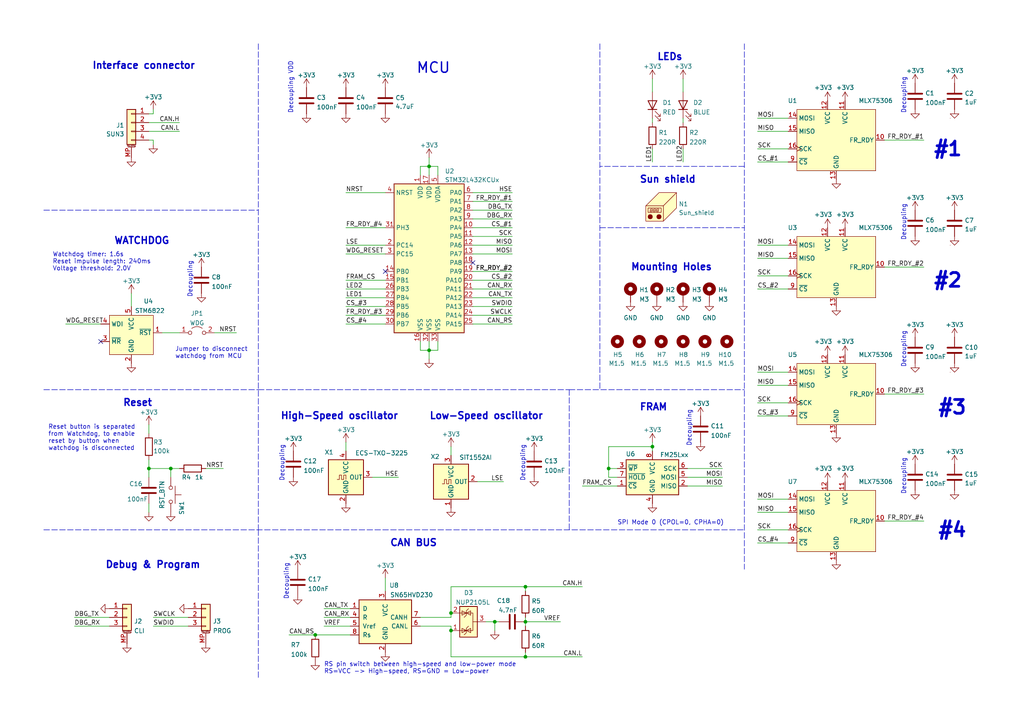
<source format=kicad_sch>
(kicad_sch (version 20211123) (generator eeschema)

  (uuid b4fcae78-0ce7-4618-9b55-3d67c0b38940)

  (paper "A4")

  (title_block
    (title "BUTCube - Sun sensor")
    (date "2023-01-22")
    (rev "v1.2")
    (company "VUT - FIT(STRaDe) & FME(IAE & IPE)")
    (comment 1 "Author: Petr Malaník")
  )

  

  (junction (at 49.53 135.89) (diameter 0.9144) (color 0 0 0 0)
    (uuid 2166c20a-9542-4085-84b6-9de69047d1df)
  )
  (junction (at 143.51 180.34) (diameter 0.9144) (color 0 0 0 0)
    (uuid 21ebb9d0-b53f-4d3f-b5ac-31e756a0cdf9)
  )
  (junction (at 152.4 180.34) (diameter 0.9144) (color 0 0 0 0)
    (uuid 367a2856-1408-4642-b99d-b3362103cd07)
  )
  (junction (at 152.4 170.18) (diameter 0.9144) (color 0 0 0 0)
    (uuid 3811aa65-115c-40a9-b60c-7bf2ab517a02)
  )
  (junction (at 91.44 184.15) (diameter 0.9144) (color 0 0 0 0)
    (uuid 7875bd39-c0f5-41af-872d-3f35561c7767)
  )
  (junction (at 124.46 101.6) (diameter 0) (color 0 0 0 0)
    (uuid 79e72903-e1f3-4e07-a213-184a666c5c67)
  )
  (junction (at 43.18 135.89) (diameter 0.9144) (color 0 0 0 0)
    (uuid a4cda940-217f-456a-a762-dbf9eb29a593)
  )
  (junction (at 124.46 48.26) (diameter 0) (color 0 0 0 0)
    (uuid b9d863e9-ebbf-4a05-a783-b22846b3b62c)
  )
  (junction (at 176.53 135.89) (diameter 0.9144) (color 0 0 0 0)
    (uuid c2d9d22c-ddde-4303-8a79-71ee54a04d72)
  )
  (junction (at 152.4 190.5) (diameter 0.9144) (color 0 0 0 0)
    (uuid c61db8df-ef99-4180-878a-7434547bb1b2)
  )
  (junction (at 130.81 177.8) (diameter 0.9144) (color 0 0 0 0)
    (uuid ce0492fa-83b8-4a8d-a479-bc972cf0d2be)
  )
  (junction (at 130.81 182.88) (diameter 0.9144) (color 0 0 0 0)
    (uuid f674bfee-60f5-458d-bf9e-0dd5f4f1fd05)
  )
  (junction (at 189.23 129.54) (diameter 0) (color 0 0 0 0)
    (uuid fadb4ef1-9f62-4760-8aa8-6a07b61962ef)
  )

  (no_connect (at 29.21 99.06) (uuid 4ce54608-a152-472f-80f5-ee8bb1d12b09))
  (no_connect (at 111.76 78.74) (uuid f97ff230-bd63-4bc1-b04e-78321439648f))
  (no_connect (at 137.16 76.2) (uuid f97ff230-bd63-4bc1-b04e-783214396490))

  (wire (pts (xy 46.99 96.52) (xy 52.07 96.52))
    (stroke (width 0) (type solid) (color 0 0 0 0))
    (uuid 007dc341-1b48-4a68-995d-0522d68c0a83)
  )
  (wire (pts (xy 124.46 48.26) (xy 124.46 50.8))
    (stroke (width 0) (type default) (color 0 0 0 0))
    (uuid 040e8e2f-20d3-4b1e-aabe-00181f998bf9)
  )
  (wire (pts (xy 137.16 68.58) (xy 148.59 68.58))
    (stroke (width 0) (type default) (color 0 0 0 0))
    (uuid 0d2c835a-50f5-4384-bb51-f407f25d0296)
  )
  (polyline (pts (xy 215.9 48.26) (xy 173.99 48.26))
    (stroke (width 0) (type default) (color 0 0 0 0))
    (uuid 0dbbf549-7f5c-4670-b646-8b329c19c07b)
  )

  (wire (pts (xy 256.54 77.47) (xy 267.97 77.47))
    (stroke (width 0) (type default) (color 0 0 0 0))
    (uuid 120afcd4-ba12-4320-993e-938289e45216)
  )
  (polyline (pts (xy 12.7 153.67) (xy 215.9 153.67))
    (stroke (width 0) (type default) (color 0 0 0 0))
    (uuid 12a2201d-cb63-4086-8e2f-6c9765006d8c)
  )

  (wire (pts (xy 256.54 114.3) (xy 267.97 114.3))
    (stroke (width 0) (type default) (color 0 0 0 0))
    (uuid 13340269-ce5f-4bde-a9a9-93d503504414)
  )
  (wire (pts (xy 219.71 71.12) (xy 228.6 71.12))
    (stroke (width 0) (type default) (color 0 0 0 0))
    (uuid 136b1dab-c68f-4db8-b322-c9362022f30b)
  )
  (wire (pts (xy 219.71 157.48) (xy 228.6 157.48))
    (stroke (width 0) (type default) (color 0 0 0 0))
    (uuid 14099ed6-5e3e-439e-8e08-7c48db6406a2)
  )
  (wire (pts (xy 168.91 140.97) (xy 179.07 140.97))
    (stroke (width 0) (type solid) (color 0 0 0 0))
    (uuid 196553b3-d647-4a43-85a3-ffd82249aae3)
  )
  (wire (pts (xy 124.46 101.6) (xy 124.46 104.14))
    (stroke (width 0) (type default) (color 0 0 0 0))
    (uuid 1df42766-9c76-41dd-a70c-f29b54410745)
  )
  (wire (pts (xy 152.4 170.18) (xy 130.81 170.18))
    (stroke (width 0) (type solid) (color 0 0 0 0))
    (uuid 1e678f65-0de3-49a8-97cf-cd9c00e42f3e)
  )
  (wire (pts (xy 59.69 135.89) (xy 64.77 135.89))
    (stroke (width 0) (type solid) (color 0 0 0 0))
    (uuid 1ef1b1ef-8319-4552-81f3-8bb798b82e77)
  )
  (polyline (pts (xy 173.99 66.04) (xy 215.9 66.04))
    (stroke (width 0) (type default) (color 0 0 0 0))
    (uuid 1fb63767-49cb-4203-9521-4616f2e23c90)
  )

  (wire (pts (xy 111.76 167.64) (xy 111.76 171.45))
    (stroke (width 0) (type solid) (color 0 0 0 0))
    (uuid 26099b6c-7bd1-4392-82e0-f3e83e68bece)
  )
  (wire (pts (xy 52.07 35.56) (xy 43.18 35.56))
    (stroke (width 0) (type default) (color 0 0 0 0))
    (uuid 262ff903-8a14-42ae-9ac2-aa82f5e97865)
  )
  (wire (pts (xy 111.76 66.04) (xy 100.33 66.04))
    (stroke (width 0) (type default) (color 0 0 0 0))
    (uuid 27576e76-fe82-4004-a867-02abaacc40c5)
  )
  (wire (pts (xy 152.4 189.23) (xy 152.4 190.5))
    (stroke (width 0) (type solid) (color 0 0 0 0))
    (uuid 293d2d9d-c1a1-42da-8cb2-42432929ef24)
  )
  (wire (pts (xy 130.81 170.18) (xy 130.81 177.8))
    (stroke (width 0) (type solid) (color 0 0 0 0))
    (uuid 29ffad82-942b-4c90-801a-871b5045dbb5)
  )
  (wire (pts (xy 209.55 135.89) (xy 199.39 135.89))
    (stroke (width 0) (type solid) (color 0 0 0 0))
    (uuid 2e42bf85-7d55-4049-ac85-4b345283fb60)
  )
  (wire (pts (xy 127 101.6) (xy 127 99.06))
    (stroke (width 0) (type default) (color 0 0 0 0))
    (uuid 2ec7ccc0-41d0-4fce-a9df-dbaf803e0119)
  )
  (wire (pts (xy 100.33 128.27) (xy 100.33 130.81))
    (stroke (width 0) (type default) (color 0 0 0 0))
    (uuid 2ed7c898-f775-4730-80e4-2d43b9a3390c)
  )
  (wire (pts (xy 127 50.8) (xy 127 48.26))
    (stroke (width 0) (type default) (color 0 0 0 0))
    (uuid 33eb5698-a64b-4c9e-9902-1bdc2af7227d)
  )
  (wire (pts (xy 54.61 181.61) (xy 44.45 181.61))
    (stroke (width 0) (type solid) (color 0 0 0 0))
    (uuid 3420bcfa-5381-426f-93f2-fca8d880080a)
  )
  (wire (pts (xy 219.71 116.84) (xy 228.6 116.84))
    (stroke (width 0) (type default) (color 0 0 0 0))
    (uuid 36686cd1-7543-4eb1-bf5a-42705f12cd64)
  )
  (wire (pts (xy 189.23 34.29) (xy 189.23 35.56))
    (stroke (width 0) (type solid) (color 0 0 0 0))
    (uuid 3c86a779-0876-4312-9637-b2fb4af11576)
  )
  (wire (pts (xy 100.33 71.12) (xy 111.76 71.12))
    (stroke (width 0) (type default) (color 0 0 0 0))
    (uuid 3d9df9cc-f374-4312-b626-61cc6a652bb1)
  )
  (wire (pts (xy 44.45 41.91) (xy 44.45 40.64))
    (stroke (width 0) (type default) (color 0 0 0 0))
    (uuid 3e20ad60-9938-4f63-941d-713be235f826)
  )
  (polyline (pts (xy 74.93 153.67) (xy 74.93 196.85))
    (stroke (width 0) (type default) (color 0 0 0 0))
    (uuid 3f9760d4-db4c-4158-9e35-fcc278f03901)
  )

  (wire (pts (xy 121.92 101.6) (xy 124.46 101.6))
    (stroke (width 0) (type default) (color 0 0 0 0))
    (uuid 400e5a8d-3ea9-440e-963e-978247522158)
  )
  (wire (pts (xy 137.16 73.66) (xy 148.59 73.66))
    (stroke (width 0) (type default) (color 0 0 0 0))
    (uuid 403c3294-3bf5-4c65-94dd-ae1574634a6f)
  )
  (wire (pts (xy 52.07 38.1) (xy 43.18 38.1))
    (stroke (width 0) (type default) (color 0 0 0 0))
    (uuid 40888287-44f0-45e5-ba83-36c36be92cf8)
  )
  (wire (pts (xy 198.12 34.29) (xy 198.12 35.56))
    (stroke (width 0) (type solid) (color 0 0 0 0))
    (uuid 4212d35b-c849-439a-8cee-15e3e836bf67)
  )
  (wire (pts (xy 130.81 181.61) (xy 130.81 182.88))
    (stroke (width 0) (type solid) (color 0 0 0 0))
    (uuid 42572e5d-f767-40a3-ba94-6ef68ea0956a)
  )
  (polyline (pts (xy 12.7 113.03) (xy 74.93 113.03))
    (stroke (width 0) (type default) (color 0 0 0 0))
    (uuid 46ea6cb6-b4f7-48ca-9b41-34167b22560a)
  )

  (wire (pts (xy 107.95 138.43) (xy 115.57 138.43))
    (stroke (width 0) (type solid) (color 0 0 0 0))
    (uuid 47547908-a2f7-43b9-9e0c-4f1b67ce8657)
  )
  (wire (pts (xy 137.16 83.82) (xy 148.59 83.82))
    (stroke (width 0) (type default) (color 0 0 0 0))
    (uuid 4a34ed79-39da-41ca-b801-bbadcfa588af)
  )
  (wire (pts (xy 137.16 78.74) (xy 148.59 78.74))
    (stroke (width 0) (type default) (color 0 0 0 0))
    (uuid 4d095641-f77f-4912-9cdd-78610108be2a)
  )
  (wire (pts (xy 111.76 91.44) (xy 100.33 91.44))
    (stroke (width 0) (type default) (color 0 0 0 0))
    (uuid 4eabba9d-e349-4707-b9da-860a0420e3e7)
  )
  (wire (pts (xy 130.81 179.07) (xy 130.81 177.8))
    (stroke (width 0) (type solid) (color 0 0 0 0))
    (uuid 4ed93096-3d6b-4129-8940-501a7601ae7e)
  )
  (wire (pts (xy 198.12 22.86) (xy 198.12 26.67))
    (stroke (width 0) (type default) (color 0 0 0 0))
    (uuid 4f39de77-09a2-4f90-ae9e-40639a7c80ef)
  )
  (wire (pts (xy 209.55 138.43) (xy 199.39 138.43))
    (stroke (width 0) (type solid) (color 0 0 0 0))
    (uuid 4fbbce08-bc99-495d-a696-edd87d67eaab)
  )
  (wire (pts (xy 100.33 88.9) (xy 111.76 88.9))
    (stroke (width 0) (type default) (color 0 0 0 0))
    (uuid 506df6ca-a0be-4c7f-98c6-c89c782d115d)
  )
  (wire (pts (xy 148.59 60.96) (xy 137.16 60.96))
    (stroke (width 0) (type default) (color 0 0 0 0))
    (uuid 51fb370b-8509-4585-b464-9caed5ef3ffa)
  )
  (wire (pts (xy 100.33 81.28) (xy 111.76 81.28))
    (stroke (width 0) (type default) (color 0 0 0 0))
    (uuid 55669d55-ff64-4a36-9f2c-ce26f2e34673)
  )
  (wire (pts (xy 44.45 40.64) (xy 43.18 40.64))
    (stroke (width 0) (type default) (color 0 0 0 0))
    (uuid 55b9ac18-c42c-49b2-85a0-ff47d4c950ec)
  )
  (wire (pts (xy 152.4 190.5) (xy 168.91 190.5))
    (stroke (width 0) (type solid) (color 0 0 0 0))
    (uuid 56c02acf-781b-4a9b-8751-69aea35dd7d3)
  )
  (wire (pts (xy 219.71 148.59) (xy 228.6 148.59))
    (stroke (width 0) (type default) (color 0 0 0 0))
    (uuid 5713f6ff-1c2e-48aa-a42a-d3482b073c3a)
  )
  (wire (pts (xy 219.71 38.1) (xy 228.6 38.1))
    (stroke (width 0) (type default) (color 0 0 0 0))
    (uuid 5be2778b-ebbf-46d6-a57d-911f828e5c58)
  )
  (wire (pts (xy 31.75 179.07) (xy 21.59 179.07))
    (stroke (width 0) (type solid) (color 0 0 0 0))
    (uuid 5f9b7ae6-f941-4f22-b4e7-74d0f602c49f)
  )
  (wire (pts (xy 138.43 139.7) (xy 146.05 139.7))
    (stroke (width 0) (type solid) (color 0 0 0 0))
    (uuid 62228e95-53df-4a2f-96a0-444d4fe4013d)
  )
  (wire (pts (xy 219.71 74.93) (xy 228.6 74.93))
    (stroke (width 0) (type default) (color 0 0 0 0))
    (uuid 63b28307-69cc-4000-9fcd-53cba6f11844)
  )
  (polyline (pts (xy 165.1 113.03) (xy 215.9 113.03))
    (stroke (width 0) (type default) (color 0 0 0 0))
    (uuid 692bdfe0-3a9d-4841-8706-5a2044b25ab0)
  )
  (polyline (pts (xy 74.93 12.7) (xy 74.93 153.67))
    (stroke (width 0) (type default) (color 0 0 0 0))
    (uuid 6baa7a03-251d-41dc-89dd-a997a267d37e)
  )

  (wire (pts (xy 111.76 86.36) (xy 100.33 86.36))
    (stroke (width 0) (type default) (color 0 0 0 0))
    (uuid 6db012ae-c60a-4d0f-9b17-0e79b05650e1)
  )
  (wire (pts (xy 111.76 83.82) (xy 100.33 83.82))
    (stroke (width 0) (type default) (color 0 0 0 0))
    (uuid 718d5df1-7a98-44b1-ac7c-4a744f17dbe3)
  )
  (wire (pts (xy 219.71 144.78) (xy 228.6 144.78))
    (stroke (width 0) (type default) (color 0 0 0 0))
    (uuid 7475c6ff-7a7a-4157-9670-dbc384c0dd57)
  )
  (wire (pts (xy 152.4 179.07) (xy 152.4 180.34))
    (stroke (width 0) (type solid) (color 0 0 0 0))
    (uuid 762d44e4-7cb4-406a-9425-19a166067b18)
  )
  (wire (pts (xy 121.92 99.06) (xy 121.92 101.6))
    (stroke (width 0) (type default) (color 0 0 0 0))
    (uuid 791cf188-9978-45b6-8647-46148a825223)
  )
  (wire (pts (xy 189.23 128.27) (xy 189.23 129.54))
    (stroke (width 0) (type default) (color 0 0 0 0))
    (uuid 79cf2c3a-2595-4fad-bd53-7ffa68090f4b)
  )
  (wire (pts (xy 137.16 58.42) (xy 148.59 58.42))
    (stroke (width 0) (type default) (color 0 0 0 0))
    (uuid 7ab13372-71f2-4a64-8960-bc1d2c68fa51)
  )
  (wire (pts (xy 143.51 180.34) (xy 143.51 182.88))
    (stroke (width 0) (type solid) (color 0 0 0 0))
    (uuid 7aed6b29-057c-43df-95b7-6a7d64c59480)
  )
  (wire (pts (xy 121.92 181.61) (xy 130.81 181.61))
    (stroke (width 0) (type solid) (color 0 0 0 0))
    (uuid 7d0643c7-ae58-40ff-baf3-c828765fd7a9)
  )
  (wire (pts (xy 93.98 176.53) (xy 101.6 176.53))
    (stroke (width 0) (type solid) (color 0 0 0 0))
    (uuid 7efda7bd-f29b-435d-b9a1-0ddffcd4b946)
  )
  (wire (pts (xy 137.16 55.88) (xy 148.59 55.88))
    (stroke (width 0) (type default) (color 0 0 0 0))
    (uuid 85150e95-6327-447e-9c78-5d321ab7840b)
  )
  (wire (pts (xy 121.92 48.26) (xy 121.92 50.8))
    (stroke (width 0) (type default) (color 0 0 0 0))
    (uuid 85e9c9fe-9336-4a5d-988d-716b837eef1e)
  )
  (wire (pts (xy 83.82 184.15) (xy 91.44 184.15))
    (stroke (width 0) (type solid) (color 0 0 0 0))
    (uuid 862376ef-45ce-4c02-bd8c-310087d1052e)
  )
  (wire (pts (xy 189.23 22.86) (xy 189.23 26.67))
    (stroke (width 0) (type default) (color 0 0 0 0))
    (uuid 87bee380-c368-4fd0-aaba-2fd27af32885)
  )
  (wire (pts (xy 49.53 135.89) (xy 52.07 135.89))
    (stroke (width 0) (type solid) (color 0 0 0 0))
    (uuid 882f67c2-ebd4-4a4c-be63-5c596f8bd6d4)
  )
  (wire (pts (xy 100.33 73.66) (xy 111.76 73.66))
    (stroke (width 0) (type default) (color 0 0 0 0))
    (uuid 89b2912c-58a0-435c-90e9-20093d495b33)
  )
  (wire (pts (xy 137.16 71.12) (xy 148.59 71.12))
    (stroke (width 0) (type default) (color 0 0 0 0))
    (uuid 8b52b5e4-165e-440f-8006-36bd89cbca8b)
  )
  (polyline (pts (xy 173.99 12.7) (xy 173.99 113.03))
    (stroke (width 0) (type default) (color 0 0 0 0))
    (uuid 8c19a85f-3f2c-4f54-ba42-d76c5c74dc0b)
  )

  (wire (pts (xy 130.81 182.88) (xy 130.81 190.5))
    (stroke (width 0) (type solid) (color 0 0 0 0))
    (uuid 8d574a2e-c084-4bd4-b51d-d6757e4c1298)
  )
  (wire (pts (xy 49.53 135.89) (xy 49.53 138.43))
    (stroke (width 0) (type solid) (color 0 0 0 0))
    (uuid 8d5ffaf9-796e-4a13-ac73-0a50be347d31)
  )
  (wire (pts (xy 137.16 86.36) (xy 148.59 86.36))
    (stroke (width 0) (type default) (color 0 0 0 0))
    (uuid 908bff29-5578-4a21-aca8-b091e18a3981)
  )
  (wire (pts (xy 176.53 138.43) (xy 176.53 135.89))
    (stroke (width 0) (type solid) (color 0 0 0 0))
    (uuid 90e74e86-6a5c-45a9-9c48-a8b9697edf5c)
  )
  (wire (pts (xy 93.98 179.07) (xy 101.6 179.07))
    (stroke (width 0) (type solid) (color 0 0 0 0))
    (uuid 91278efe-f2b2-472c-b2cb-441bc87e0238)
  )
  (wire (pts (xy 152.4 170.18) (xy 152.4 171.45))
    (stroke (width 0) (type solid) (color 0 0 0 0))
    (uuid 93646202-68a0-4c0e-9d54-34568d6855e3)
  )
  (wire (pts (xy 121.92 179.07) (xy 130.81 179.07))
    (stroke (width 0) (type solid) (color 0 0 0 0))
    (uuid 95864ee6-12a1-4c9d-a085-0282b27d79c9)
  )
  (wire (pts (xy 31.75 181.61) (xy 21.59 181.61))
    (stroke (width 0) (type solid) (color 0 0 0 0))
    (uuid 9724c664-248c-44b2-8ed2-72ceea5cde46)
  )
  (wire (pts (xy 124.46 45.72) (xy 124.46 48.26))
    (stroke (width 0) (type default) (color 0 0 0 0))
    (uuid 9730909b-b561-4f32-992c-4be576084c21)
  )
  (wire (pts (xy 152.4 190.5) (xy 130.81 190.5))
    (stroke (width 0) (type solid) (color 0 0 0 0))
    (uuid 980215c3-db8e-4ad1-86ee-bc9a9e3042a4)
  )
  (wire (pts (xy 219.71 153.67) (xy 228.6 153.67))
    (stroke (width 0) (type default) (color 0 0 0 0))
    (uuid 9883db0d-15cf-4e56-a7a7-a62195aaf55e)
  )
  (wire (pts (xy 43.18 146.05) (xy 43.18 148.59))
    (stroke (width 0) (type solid) (color 0 0 0 0))
    (uuid 98e97c70-7a61-4f95-8b43-c91f6c03902e)
  )
  (wire (pts (xy 43.18 33.02) (xy 44.45 33.02))
    (stroke (width 0) (type default) (color 0 0 0 0))
    (uuid 9c0e6e0c-bee1-4db1-808e-29e7cc6b58f9)
  )
  (wire (pts (xy 209.55 140.97) (xy 199.39 140.97))
    (stroke (width 0) (type solid) (color 0 0 0 0))
    (uuid 9cb521fe-cda0-46f3-8c24-ca53caa4b411)
  )
  (wire (pts (xy 148.59 93.98) (xy 137.16 93.98))
    (stroke (width 0) (type default) (color 0 0 0 0))
    (uuid 9d992003-d903-45a8-bc97-58e21a9f71e7)
  )
  (polyline (pts (xy 74.93 113.03) (xy 165.1 113.03))
    (stroke (width 0) (type default) (color 0 0 0 0))
    (uuid a16ca420-722b-4c43-b14b-981dc04269e9)
  )

  (wire (pts (xy 219.71 34.29) (xy 228.6 34.29))
    (stroke (width 0) (type default) (color 0 0 0 0))
    (uuid a44d5fc4-55db-48d4-94fb-6fefa0ab55d8)
  )
  (wire (pts (xy 100.33 93.98) (xy 111.76 93.98))
    (stroke (width 0) (type default) (color 0 0 0 0))
    (uuid a4d370f0-2994-4b3f-a895-76893d61d332)
  )
  (wire (pts (xy 219.71 83.82) (xy 228.6 83.82))
    (stroke (width 0) (type default) (color 0 0 0 0))
    (uuid a6a18807-e010-4534-95b6-4621b7e66fd0)
  )
  (wire (pts (xy 124.46 48.26) (xy 121.92 48.26))
    (stroke (width 0) (type default) (color 0 0 0 0))
    (uuid a6d71e07-e67b-495d-98df-bb146b37693c)
  )
  (polyline (pts (xy 12.7 60.96) (xy 74.93 60.96))
    (stroke (width 0) (type default) (color 0 0 0 0))
    (uuid a9e4c2f6-188a-4b30-b256-cda74465182a)
  )

  (wire (pts (xy 137.16 88.9) (xy 148.59 88.9))
    (stroke (width 0) (type default) (color 0 0 0 0))
    (uuid aa379dc4-5444-4dab-bc40-364a920baaaf)
  )
  (wire (pts (xy 219.71 120.65) (xy 228.6 120.65))
    (stroke (width 0) (type default) (color 0 0 0 0))
    (uuid ac60da81-c77f-4e66-81e2-4438d536edc3)
  )
  (wire (pts (xy 148.59 63.5) (xy 137.16 63.5))
    (stroke (width 0) (type default) (color 0 0 0 0))
    (uuid b04b032f-5a49-4dd7-a8d8-9a6b55d32f0f)
  )
  (wire (pts (xy 43.18 123.19) (xy 43.18 125.73))
    (stroke (width 0) (type default) (color 0 0 0 0))
    (uuid b06cf753-a95c-4cb6-bcd5-fe4166efacf5)
  )
  (wire (pts (xy 152.4 181.61) (xy 152.4 180.34))
    (stroke (width 0) (type solid) (color 0 0 0 0))
    (uuid b18c3054-655a-4e79-b947-560f6b1b0888)
  )
  (wire (pts (xy 256.54 151.13) (xy 267.97 151.13))
    (stroke (width 0) (type default) (color 0 0 0 0))
    (uuid b1d07f3e-7649-4228-bbe1-971cf887d60a)
  )
  (polyline (pts (xy 215.9 12.7) (xy 215.9 165.1))
    (stroke (width 0) (type default) (color 0 0 0 0))
    (uuid b2310345-87c3-44b0-a316-807114e15961)
  )

  (wire (pts (xy 137.16 91.44) (xy 148.59 91.44))
    (stroke (width 0) (type default) (color 0 0 0 0))
    (uuid b5eaba53-ec41-40e0-8733-4ac01e6999e3)
  )
  (wire (pts (xy 176.53 135.89) (xy 179.07 135.89))
    (stroke (width 0) (type solid) (color 0 0 0 0))
    (uuid b717a2aa-3246-4eda-b2ab-4c6928cee238)
  )
  (wire (pts (xy 140.97 180.34) (xy 143.51 180.34))
    (stroke (width 0) (type solid) (color 0 0 0 0))
    (uuid b9a96e97-0961-4186-8aaa-6a4a1d13617a)
  )
  (wire (pts (xy 43.18 133.35) (xy 43.18 135.89))
    (stroke (width 0) (type solid) (color 0 0 0 0))
    (uuid c73e607b-7782-4bb4-9901-6e7dedce3b81)
  )
  (wire (pts (xy 100.33 55.88) (xy 111.76 55.88))
    (stroke (width 0) (type default) (color 0 0 0 0))
    (uuid c975d3f2-9d67-45a5-8040-41eb874bb4d6)
  )
  (wire (pts (xy 189.23 129.54) (xy 189.23 130.81))
    (stroke (width 0) (type solid) (color 0 0 0 0))
    (uuid c9dd5459-94eb-493d-9e73-41d3b3f2ec70)
  )
  (wire (pts (xy 62.23 96.52) (xy 68.58 96.52))
    (stroke (width 0) (type solid) (color 0 0 0 0))
    (uuid ce4d341d-f3a7-4f3a-b172-4630ffa469df)
  )
  (wire (pts (xy 198.12 43.18) (xy 198.12 46.99))
    (stroke (width 0) (type solid) (color 0 0 0 0))
    (uuid d1985cc0-2042-431e-bb02-d920987052a3)
  )
  (wire (pts (xy 54.61 179.07) (xy 44.45 179.07))
    (stroke (width 0) (type solid) (color 0 0 0 0))
    (uuid d19f43a4-2efc-4b19-b7ed-39218202e3a7)
  )
  (wire (pts (xy 219.71 80.01) (xy 228.6 80.01))
    (stroke (width 0) (type default) (color 0 0 0 0))
    (uuid d2477d8d-819d-4c6e-90a4-d720e4642090)
  )
  (wire (pts (xy 176.53 129.54) (xy 189.23 129.54))
    (stroke (width 0) (type solid) (color 0 0 0 0))
    (uuid d5102239-5237-4c99-8926-4cb6375531d8)
  )
  (wire (pts (xy 19.05 93.98) (xy 29.21 93.98))
    (stroke (width 0) (type solid) (color 0 0 0 0))
    (uuid d6bf0820-4f4e-46d0-87d4-8f4ccf50fb5c)
  )
  (wire (pts (xy 219.71 111.76) (xy 228.6 111.76))
    (stroke (width 0) (type default) (color 0 0 0 0))
    (uuid d70bcce3-611b-4d43-b38b-ba612717000e)
  )
  (wire (pts (xy 43.18 135.89) (xy 49.53 135.89))
    (stroke (width 0) (type solid) (color 0 0 0 0))
    (uuid d71e7e58-1185-4144-accb-cef9a5a2bb7a)
  )
  (wire (pts (xy 148.59 66.04) (xy 137.16 66.04))
    (stroke (width 0) (type default) (color 0 0 0 0))
    (uuid d7bd0ed4-8f9e-479f-a1bb-179c0d293ac5)
  )
  (wire (pts (xy 44.45 31.75) (xy 44.45 33.02))
    (stroke (width 0) (type default) (color 0 0 0 0))
    (uuid d88ea2c7-d362-40c7-a9ac-77962e86d733)
  )
  (wire (pts (xy 176.53 135.89) (xy 176.53 129.54))
    (stroke (width 0) (type solid) (color 0 0 0 0))
    (uuid d8938ca8-5dd5-4379-a2a9-448f1e68a474)
  )
  (polyline (pts (xy 165.1 113.03) (xy 165.1 153.67))
    (stroke (width 0) (type default) (color 0 0 0 0))
    (uuid d9eb9b8c-3fbb-4cdb-aa0a-3c13a8addfe9)
  )

  (wire (pts (xy 219.71 46.99) (xy 228.6 46.99))
    (stroke (width 0) (type default) (color 0 0 0 0))
    (uuid db56caf2-8d98-4f84-b642-69a228c1c3b5)
  )
  (wire (pts (xy 189.23 43.18) (xy 189.23 46.99))
    (stroke (width 0) (type solid) (color 0 0 0 0))
    (uuid de5f50a1-1c65-48cf-9246-619b2afa6839)
  )
  (wire (pts (xy 152.4 180.34) (xy 162.56 180.34))
    (stroke (width 0) (type solid) (color 0 0 0 0))
    (uuid e004f7a8-2062-4dd1-8474-5ed00ca7ef87)
  )
  (wire (pts (xy 127 48.26) (xy 124.46 48.26))
    (stroke (width 0) (type default) (color 0 0 0 0))
    (uuid e1d0b359-4bfa-48c4-b879-8c0611ab3031)
  )
  (wire (pts (xy 93.98 181.61) (xy 101.6 181.61))
    (stroke (width 0) (type solid) (color 0 0 0 0))
    (uuid e42a6b2c-5c07-4eff-b303-4ccf482bd6d6)
  )
  (wire (pts (xy 143.51 180.34) (xy 144.78 180.34))
    (stroke (width 0) (type solid) (color 0 0 0 0))
    (uuid e51f51e8-6fe6-4bd6-a3ad-1f547ca07b80)
  )
  (wire (pts (xy 91.44 184.15) (xy 101.6 184.15))
    (stroke (width 0) (type solid) (color 0 0 0 0))
    (uuid e614d2ea-9e9f-4571-b3d6-0b924d4fd670)
  )
  (wire (pts (xy 256.54 40.64) (xy 267.97 40.64))
    (stroke (width 0) (type default) (color 0 0 0 0))
    (uuid e76899d1-4fa7-43f1-a9e2-120535b40d6f)
  )
  (wire (pts (xy 130.81 129.54) (xy 130.81 132.08))
    (stroke (width 0) (type default) (color 0 0 0 0))
    (uuid e8778d7c-e004-4121-862a-43d47d8ced16)
  )
  (wire (pts (xy 38.1 85.09) (xy 38.1 88.9))
    (stroke (width 0) (type solid) (color 0 0 0 0))
    (uuid e9366437-d303-46b6-b6ce-33f438173eb4)
  )
  (wire (pts (xy 219.71 43.18) (xy 228.6 43.18))
    (stroke (width 0) (type default) (color 0 0 0 0))
    (uuid ebee96d8-82bc-4290-9e80-af01158b587c)
  )
  (wire (pts (xy 124.46 101.6) (xy 127 101.6))
    (stroke (width 0) (type default) (color 0 0 0 0))
    (uuid ec85167d-d946-4ce0-8e48-9c46f703ab41)
  )
  (wire (pts (xy 179.07 138.43) (xy 176.53 138.43))
    (stroke (width 0) (type solid) (color 0 0 0 0))
    (uuid f1acec3a-9089-4357-a0cd-3ad2be33f29a)
  )
  (wire (pts (xy 219.71 107.95) (xy 228.6 107.95))
    (stroke (width 0) (type default) (color 0 0 0 0))
    (uuid f5ae41c3-d997-4be9-8385-8c3b6fe337e7)
  )
  (wire (pts (xy 43.18 135.89) (xy 43.18 138.43))
    (stroke (width 0) (type solid) (color 0 0 0 0))
    (uuid f6a46741-24b8-44cf-9a9f-7e08d8500e2d)
  )
  (wire (pts (xy 124.46 99.06) (xy 124.46 101.6))
    (stroke (width 0) (type default) (color 0 0 0 0))
    (uuid f8046aa0-e1af-4c1e-9016-567ddcdb1c58)
  )
  (wire (pts (xy 152.4 170.18) (xy 168.91 170.18))
    (stroke (width 0) (type solid) (color 0 0 0 0))
    (uuid f970dad6-22dc-42d3-9f0d-e30eee2d4d93)
  )
  (wire (pts (xy 148.59 81.28) (xy 137.16 81.28))
    (stroke (width 0) (type default) (color 0 0 0 0))
    (uuid fc73d1f2-2dc8-4e46-beb4-bdee2ef8188c)
  )

  (text "Watchdog timer: 1.6s\nReset impulse length: 240ms\nVoltage threshold: 2.0V"
    (at 15.24 78.74 0)
    (effects (font (size 1.27 1.27)) (justify left bottom))
    (uuid 00bf4822-8bd8-47b3-8f09-601682223304)
  )
  (text "Decoupling" (at 83.82 173.99 90)
    (effects (font (size 1.27 1.27)) (justify left bottom))
    (uuid 04c66c65-c17f-4ef1-9527-40dfa71256c2)
  )
  (text "Decoupling" (at 262.89 143.51 90)
    (effects (font (size 1.27 1.27)) (justify left bottom))
    (uuid 2042c489-b3aa-48be-979c-b60599fd8dfe)
  )
  (text "WATCHDOG" (at 33.02 71.12 0)
    (effects (font (size 2 2) (thickness 0.4) bold) (justify left bottom))
    (uuid 2406d068-5782-431d-bf8f-dfbd13090d59)
  )
  (text "Reset button is separated\nfrom Watchdog, to enable\nreset by button when\nwatchdog is disconnected"
    (at 13.97 130.81 0)
    (effects (font (size 1.27 1.27)) (justify left bottom))
    (uuid 32f93dc6-a9ac-4172-a507-a12bfe8eeb5a)
  )
  (text "Reset" (at 35.56 118.11 0)
    (effects (font (size 2 2) (thickness 0.4) bold) (justify left bottom))
    (uuid 39985508-845b-42d1-8453-9a6b4efcebc2)
  )
  (text "Interface connector" (at 26.67 20.32 0)
    (effects (font (size 2 2) (thickness 0.4) bold) (justify left bottom))
    (uuid 4aeb7d21-4d9a-4fbe-bfe5-570483bfde4c)
  )
  (text "Decoupling VDD" (at 85.09 33.02 90)
    (effects (font (size 1.27 1.27)) (justify left bottom))
    (uuid 4f70ac20-3644-437d-bc07-2ab0ea06a259)
  )
  (text "Decoupling" (at 82.55 139.7 90)
    (effects (font (size 1.27 1.27)) (justify left bottom))
    (uuid 54c7ca7f-6276-4eac-b90a-eccd87c9d931)
  )
  (text "Debug & Program" (at 30.48 165.1 0)
    (effects (font (size 2 2) (thickness 0.4) bold) (justify left bottom))
    (uuid 54f91dfb-f4dd-410c-9c59-050a796d725f)
  )
  (text "Jumper to disconnect\nwatchdog from MCU" (at 50.8 104.14 0)
    (effects (font (size 1.27 1.27)) (justify left bottom))
    (uuid 6455a82b-4dec-4a3c-bac3-5fcc64775bf6)
  )
  (text "CAN BUS" (at 113.03 158.75 0)
    (effects (font (size 2 2) (thickness 0.4) bold) (justify left bottom))
    (uuid 7d16b607-fee9-4954-96a7-42e8f7cae7b9)
  )
  (text "Decoupling" (at 200.66 129.54 90)
    (effects (font (size 1.27 1.27)) (justify left bottom))
    (uuid 864dd0c9-8aa0-4013-9dc9-d326026dccc2)
  )
  (text "Decoupling" (at 262.89 69.85 90)
    (effects (font (size 1.27 1.27)) (justify left bottom))
    (uuid 8752db49-8022-412a-9a22-f51e48165b58)
  )
  (text "#2" (at 270.51 83.82 0)
    (effects (font (size 4 4) (thickness 0.8) bold) (justify left bottom))
    (uuid 92654e43-d96a-4351-9afa-11026ead5ddf)
  )
  (text "Decoupling" (at 55.88 86.36 90)
    (effects (font (size 1.27 1.27)) (justify left bottom))
    (uuid 943942c4-921a-4387-9984-01953043d1db)
  )
  (text "Sun shield" (at 185.42 53.34 0)
    (effects (font (size 2 2) (thickness 0.4) bold) (justify left bottom))
    (uuid 99aefcd8-e813-4eb1-bb78-1369a7b6bb49)
  )
  (text "Decoupling" (at 152.4 139.7 90)
    (effects (font (size 1.27 1.27)) (justify left bottom))
    (uuid 9a4515f5-c3eb-414e-8c81-5cdbc2d14eef)
  )
  (text "RS pin switch between high-speed and low-power mode\nRS=VCC -> High-speed, RS=GND = Low-power"
    (at 93.98 195.58 0)
    (effects (font (size 1.27 1.27)) (justify left bottom))
    (uuid 9bc3a375-41ae-43b7-a02a-feb52aaeef8f)
  )
  (text "Low-Speed oscillator" (at 124.46 121.92 0)
    (effects (font (size 2 2) (thickness 0.4) bold) (justify left bottom))
    (uuid a2d014c0-842a-418c-9dda-1321cde9c24b)
  )
  (text "FRAM" (at 185.42 119.38 0)
    (effects (font (size 2 2) (thickness 0.4) bold) (justify left bottom))
    (uuid be07be7f-6aff-403c-bc45-1831fd31cd55)
  )
  (text "#1" (at 270.51 45.72 0)
    (effects (font (size 4 4) (thickness 0.8) bold) (justify left bottom))
    (uuid c16e2c01-fe0b-4290-a6b5-a7beb6bff911)
  )
  (text "Decoupling" (at 262.89 33.02 90)
    (effects (font (size 1.27 1.27)) (justify left bottom))
    (uuid c4e0f5ef-5a40-4e58-a3d4-be7578af34b3)
  )
  (text "SPI Mode 0 (CPOL=0, CPHA=0)" (at 179.07 152.4 0)
    (effects (font (size 1.27 1.27)) (justify left bottom))
    (uuid c9ffb095-90bd-48d5-8ea8-6927b079c3fa)
  )
  (text "#4\n" (at 271.78 156.21 0)
    (effects (font (size 4 4) (thickness 0.8) bold) (justify left bottom))
    (uuid dcfa5a2d-fc71-471a-be68-62df11d8429d)
  )
  (text "High-Speed oscillator" (at 81.28 121.92 0)
    (effects (font (size 2 2) (thickness 0.4) bold) (justify left bottom))
    (uuid dd73e156-e0d8-43d9-ac8e-a79a72ca0e9d)
  )
  (text "Decoupling" (at 262.89 106.68 90)
    (effects (font (size 1.27 1.27)) (justify left bottom))
    (uuid ddf9825a-dd70-4e05-8f84-a04e2577b7d6)
  )
  (text "LEDs" (at 190.5 17.78 0)
    (effects (font (size 2 2) (thickness 0.4) bold) (justify left bottom))
    (uuid de961b17-858a-4c6c-b00c-3823521c8745)
  )
  (text "#3" (at 271.78 120.65 0)
    (effects (font (size 4 4) (thickness 0.8) bold) (justify left bottom))
    (uuid e4b8ea04-3f8f-4a03-ac6e-9fd925b96f66)
  )
  (text "MCU" (at 120.65 21.59 0)
    (effects (font (size 3 3) (thickness 0.4) bold) (justify left bottom))
    (uuid fc02f56b-d5c0-4740-bcaf-0e1ceb013dbb)
  )
  (text "Mounting Holes" (at 182.88 78.74 0)
    (effects (font (size 2 2) (thickness 0.4) bold) (justify left bottom))
    (uuid fc3e7ce0-5145-4f39-aafe-22d3033cb5dc)
  )

  (label "SWCLK" (at 148.59 91.44 180)
    (effects (font (size 1.27 1.27)) (justify right bottom))
    (uuid 00eb83fa-b76d-4cc4-a743-f0c8fddaae93)
  )
  (label "CS_#4" (at 100.33 93.98 0)
    (effects (font (size 1.27 1.27)) (justify left bottom))
    (uuid 02e631b9-7b79-4e95-a747-604b4b620b5b)
  )
  (label "CAN_RS" (at 83.82 184.15 0)
    (effects (font (size 1.27 1.27)) (justify left bottom))
    (uuid 04e85d4d-a3b0-4506-89eb-6ef65ea831f7)
  )
  (label "MOSI" (at 219.71 144.78 0)
    (effects (font (size 1.27 1.27)) (justify left bottom))
    (uuid 083e9367-4455-40da-8a4a-81ace79c2b60)
  )
  (label "LED1" (at 100.33 86.36 0)
    (effects (font (size 1.27 1.27)) (justify left bottom))
    (uuid 08f85828-4317-4179-9caf-36f1fc6b36f9)
  )
  (label "MOSI" (at 219.71 34.29 0)
    (effects (font (size 1.27 1.27)) (justify left bottom))
    (uuid 0d782572-a339-4998-b0f6-374433cb5fd1)
  )
  (label "SWCLK" (at 44.45 179.07 0)
    (effects (font (size 1.27 1.27)) (justify left bottom))
    (uuid 0d99109f-dda5-48a9-8e5a-4368e90419b2)
  )
  (label "WDG_RESET" (at 100.33 73.66 0)
    (effects (font (size 1.27 1.27)) (justify left bottom))
    (uuid 0e14b155-c2ef-4da6-8b04-f2ab6334bb37)
  )
  (label "CS_#4" (at 219.71 157.48 0)
    (effects (font (size 1.27 1.27)) (justify left bottom))
    (uuid 151b1660-4573-4117-89e0-44f6d72705ce)
  )
  (label "MISO" (at 148.59 71.12 180)
    (effects (font (size 1.27 1.27)) (justify right bottom))
    (uuid 1684ece7-6be4-4ed4-ad9b-c845e64e3e57)
  )
  (label "FR_RDY_#4" (at 100.33 66.04 0)
    (effects (font (size 1.27 1.27)) (justify left bottom))
    (uuid 169aba0f-5bc5-4ca3-b949-f619c715e4ba)
  )
  (label "LED2" (at 100.33 83.82 0)
    (effects (font (size 1.27 1.27)) (justify left bottom))
    (uuid 1bf4b53d-fc4c-4e89-9121-f09bd0c29b7a)
  )
  (label "CAN.H" (at 168.91 170.18 180)
    (effects (font (size 1.27 1.27)) (justify right bottom))
    (uuid 1de0dde8-3664-410c-9024-2e96da6c7d4b)
  )
  (label "CAN_RX" (at 148.59 83.82 180)
    (effects (font (size 1.27 1.27)) (justify right bottom))
    (uuid 1f29dd5e-74f6-47d8-8863-286116ca676b)
  )
  (label "CS_#2" (at 148.59 81.28 180)
    (effects (font (size 1.27 1.27)) (justify right bottom))
    (uuid 20127b47-d9de-4267-9619-104c4a3ceac7)
  )
  (label "FR_RDY_#2" (at 148.59 78.74 180)
    (effects (font (size 1.27 1.27)) (justify right bottom))
    (uuid 25b6ddb3-8f51-4cf3-a941-dd2aabd6928f)
  )
  (label "DBG_RX" (at 21.59 181.61 0)
    (effects (font (size 1.27 1.27)) (justify left bottom))
    (uuid 263a9ba8-ce41-4fac-af55-2dcb5c0ac33a)
  )
  (label "LED1" (at 189.23 46.99 90)
    (effects (font (size 1.27 1.27)) (justify left bottom))
    (uuid 26963a2e-2b31-4c33-b6f1-1cd24897f0ea)
  )
  (label "FR_RDY_#4" (at 267.97 151.13 180)
    (effects (font (size 1.27 1.27)) (justify right bottom))
    (uuid 2a4bf7e1-a582-49fb-bb45-e82120314b4a)
  )
  (label "SCK" (at 219.71 153.67 0)
    (effects (font (size 1.27 1.27)) (justify left bottom))
    (uuid 2bd4e67a-bb0b-4607-a938-e5d6d43bfd8c)
  )
  (label "DBG_TX" (at 148.59 60.96 180)
    (effects (font (size 1.27 1.27)) (justify right bottom))
    (uuid 36b59f0c-7f8e-4c6b-b349-d3ce7e8a22b2)
  )
  (label "FR_RDY_#1" (at 267.97 40.64 180)
    (effects (font (size 1.27 1.27)) (justify right bottom))
    (uuid 37d366c8-60d1-47c1-a146-f9281b6f19b7)
  )
  (label "SCK" (at 209.55 135.89 180)
    (effects (font (size 1.27 1.27)) (justify right bottom))
    (uuid 3c159afa-9939-4e7e-bffe-2e82571a67b2)
  )
  (label "FR_RDY_#1" (at 148.59 58.42 180)
    (effects (font (size 1.27 1.27)) (justify right bottom))
    (uuid 3ef7b562-8623-4db1-956c-466fca3c7fbc)
  )
  (label "HSE" (at 115.57 138.43 180)
    (effects (font (size 1.27 1.27)) (justify right bottom))
    (uuid 41620541-fd37-4db2-a37c-d39eb3e5b14d)
  )
  (label "MOSI" (at 148.59 73.66 180)
    (effects (font (size 1.27 1.27)) (justify right bottom))
    (uuid 42caa5bc-4a8e-474c-844a-5ff9277a37f5)
  )
  (label "FR_RDY_#2" (at 148.59 78.74 180)
    (effects (font (size 1.27 1.27)) (justify right bottom))
    (uuid 44175cc0-6fbf-4777-a795-80c4480c9f4f)
  )
  (label "MOSI" (at 219.71 107.95 0)
    (effects (font (size 1.27 1.27)) (justify left bottom))
    (uuid 4664a30a-f4d7-4936-b5b3-5fdb46b24ac6)
  )
  (label "CAN_TX" (at 93.98 176.53 0)
    (effects (font (size 1.27 1.27)) (justify left bottom))
    (uuid 4b6f11e4-de41-4306-ad32-278569ecfc62)
  )
  (label "MISO" (at 209.55 140.97 180)
    (effects (font (size 1.27 1.27)) (justify right bottom))
    (uuid 6cda0bcd-79e0-45e4-a981-735261f68edc)
  )
  (label "CS_#3" (at 219.71 120.65 0)
    (effects (font (size 1.27 1.27)) (justify left bottom))
    (uuid 6d80365c-26b5-4d54-81d0-d3e82167a9b8)
  )
  (label "CAN_TX" (at 148.59 86.36 180)
    (effects (font (size 1.27 1.27)) (justify right bottom))
    (uuid 6f930c7b-d078-4b72-b990-f279a743be73)
  )
  (label "FR_RDY_#2" (at 267.97 77.47 180)
    (effects (font (size 1.27 1.27)) (justify right bottom))
    (uuid 7265749c-ae37-4baf-9542-1c4ba8da61a5)
  )
  (label "CS_#3" (at 100.33 88.9 0)
    (effects (font (size 1.27 1.27)) (justify left bottom))
    (uuid 75f9f0d8-1e0b-4b88-a30f-a2c86dfb832c)
  )
  (label "SWDIO" (at 44.45 181.61 0)
    (effects (font (size 1.27 1.27)) (justify left bottom))
    (uuid 7a279653-5db1-419b-92d4-481130b92313)
  )
  (label "MOSI" (at 219.71 71.12 0)
    (effects (font (size 1.27 1.27)) (justify left bottom))
    (uuid 84b9f39a-c8cf-49db-844b-b089c9ae0063)
  )
  (label "CAN_RX" (at 93.98 179.07 0)
    (effects (font (size 1.27 1.27)) (justify left bottom))
    (uuid 869f4d8f-97f1-456e-ae19-99ba129b1ccc)
  )
  (label "WDG_RESET" (at 19.05 93.98 0)
    (effects (font (size 1.27 1.27)) (justify left bottom))
    (uuid 89f9e76f-11fd-43e9-8f24-874e7f9da1ee)
  )
  (label "MOSI" (at 209.55 138.43 180)
    (effects (font (size 1.27 1.27)) (justify right bottom))
    (uuid 8e4f8ef3-7a33-4140-a449-af3f02fcb2b4)
  )
  (label "LED2" (at 198.12 46.99 90)
    (effects (font (size 1.27 1.27)) (justify left bottom))
    (uuid 9bd53971-47ec-4643-97af-2e61aab0c44f)
  )
  (label "CS_#2" (at 219.71 83.82 0)
    (effects (font (size 1.27 1.27)) (justify left bottom))
    (uuid 9c0bd04e-6c31-4478-b1aa-c6e8cead655e)
  )
  (label "CS_#1" (at 219.71 46.99 0)
    (effects (font (size 1.27 1.27)) (justify left bottom))
    (uuid 9dd21bc4-be24-4290-93a1-1ee0dc0a2972)
  )
  (label "LSE" (at 100.33 71.12 0)
    (effects (font (size 1.27 1.27)) (justify left bottom))
    (uuid 9deb3254-a41b-447d-88ed-6c9623353503)
  )
  (label "NRST" (at 100.33 55.88 0)
    (effects (font (size 1.27 1.27)) (justify left bottom))
    (uuid 9f9b69ac-4674-4449-9d66-55915cc48194)
  )
  (label "LSE" (at 146.05 139.7 180)
    (effects (font (size 1.27 1.27)) (justify right bottom))
    (uuid a181b3ec-2f4d-4649-a2e4-c175af1fa140)
  )
  (label "MISO" (at 219.71 111.76 0)
    (effects (font (size 1.27 1.27)) (justify left bottom))
    (uuid a4625822-b5b0-4c8b-a1de-a028b342d216)
  )
  (label "FR_RDY_#3" (at 100.33 91.44 0)
    (effects (font (size 1.27 1.27)) (justify left bottom))
    (uuid a8057d20-d980-4bdc-af59-69797473ba18)
  )
  (label "MISO" (at 219.71 74.93 0)
    (effects (font (size 1.27 1.27)) (justify left bottom))
    (uuid b8ccd208-d498-4014-8b7a-dbeead32d427)
  )
  (label "HSE" (at 148.59 55.88 180)
    (effects (font (size 1.27 1.27)) (justify right bottom))
    (uuid ba0170cd-f4ec-4907-b66c-0d94225e1b54)
  )
  (label "CAN.L" (at 168.91 190.5 180)
    (effects (font (size 1.27 1.27)) (justify right bottom))
    (uuid c53bb09d-eba5-453e-bbf0-16e292281e5c)
  )
  (label "CS_#1" (at 148.59 66.04 180)
    (effects (font (size 1.27 1.27)) (justify right bottom))
    (uuid c8009851-0ce0-49be-9eb4-4aa7fc33765d)
  )
  (label "NRST" (at 68.58 96.52 180)
    (effects (font (size 1.27 1.27)) (justify right bottom))
    (uuid c8354ea6-3190-4c78-869c-292aa9900ed4)
  )
  (label "DBG_TX" (at 21.59 179.07 0)
    (effects (font (size 1.27 1.27)) (justify left bottom))
    (uuid d2412936-e766-41b3-b2a3-08fcbc881c9a)
  )
  (label "MISO" (at 219.71 148.59 0)
    (effects (font (size 1.27 1.27)) (justify left bottom))
    (uuid d2e6d23b-ee62-4c9f-9521-cdf425155a2a)
  )
  (label "SCK" (at 148.59 68.58 180)
    (effects (font (size 1.27 1.27)) (justify right bottom))
    (uuid d4ba5d40-f0d9-4e74-8f14-6aceb24515df)
  )
  (label "VREF" (at 93.98 181.61 0)
    (effects (font (size 1.27 1.27)) (justify left bottom))
    (uuid d514d40e-1935-4897-8d6d-ea91ea6b7fbf)
  )
  (label "SCK" (at 219.71 80.01 0)
    (effects (font (size 1.27 1.27)) (justify left bottom))
    (uuid da44a192-ee9c-4341-bac7-89a76bd1dda3)
  )
  (label "FRAM_CS" (at 100.33 81.28 0)
    (effects (font (size 1.27 1.27)) (justify left bottom))
    (uuid dd3cdbb9-3f00-4309-8a0f-ebddfe4b81a8)
  )
  (label "VREF" (at 162.56 180.34 180)
    (effects (font (size 1.27 1.27)) (justify right bottom))
    (uuid de2f467a-05e0-4c62-a699-3dc09ff561e3)
  )
  (label "CAN_RS" (at 148.59 93.98 180)
    (effects (font (size 1.27 1.27)) (justify right bottom))
    (uuid e0a1c62b-7c6f-4277-be10-920eb64f0caa)
  )
  (label "FR_RDY_#3" (at 267.97 114.3 180)
    (effects (font (size 1.27 1.27)) (justify right bottom))
    (uuid e843d466-80c7-4b80-89a7-a21aa3aaddfa)
  )
  (label "SCK" (at 219.71 43.18 0)
    (effects (font (size 1.27 1.27)) (justify left bottom))
    (uuid ed9eb966-3bc0-41da-b3ab-3d7f88f2fa34)
  )
  (label "CAN.L" (at 52.07 38.1 180)
    (effects (font (size 1.27 1.27)) (justify right bottom))
    (uuid ee034e5f-448d-4b29-a535-b34c4ea89c6a)
  )
  (label "FRAM_CS" (at 168.91 140.97 0)
    (effects (font (size 1.27 1.27)) (justify left bottom))
    (uuid eff50301-5042-42da-bc56-b356b62132a0)
  )
  (label "CAN.H" (at 52.07 35.56 180)
    (effects (font (size 1.27 1.27)) (justify right bottom))
    (uuid f2454394-a821-48c1-b782-651115c39818)
  )
  (label "NRST" (at 64.77 135.89 180)
    (effects (font (size 1.27 1.27)) (justify right bottom))
    (uuid f8082a2a-081e-4b65-9ab0-af7a96688e12)
  )
  (label "SWDIO" (at 148.59 88.9 180)
    (effects (font (size 1.27 1.27)) (justify right bottom))
    (uuid fba78701-8848-431e-b6e8-49f49334329f)
  )
  (label "DBG_RX" (at 148.59 63.5 180)
    (effects (font (size 1.27 1.27)) (justify right bottom))
    (uuid fc9f7e64-9bc2-4249-9ec5-80fcc6f9cc34)
  )
  (label "MISO" (at 219.71 38.1 0)
    (effects (font (size 1.27 1.27)) (justify left bottom))
    (uuid fd2db740-9bbb-4821-9667-e2ed7bc52b39)
  )
  (label "SCK" (at 219.71 116.84 0)
    (effects (font (size 1.27 1.27)) (justify left bottom))
    (uuid ffd166c7-5825-42fd-a049-e267bf1b83ff)
  )

  (symbol (lib_id "power:GND") (at 189.23 146.05 0) (unit 1)
    (in_bom yes) (on_board yes) (fields_autoplaced)
    (uuid 017fdded-2571-4b08-bb33-713bcc67d9c7)
    (property "Reference" "#PWR056" (id 0) (at 189.23 152.4 0)
      (effects (font (size 1.27 1.27)) hide)
    )
    (property "Value" "GND" (id 1) (at 189.23 150.6126 0)
      (effects (font (size 1.27 1.27)) hide)
    )
    (property "Footprint" "" (id 2) (at 189.23 146.05 0)
      (effects (font (size 1.27 1.27)) hide)
    )
    (property "Datasheet" "" (id 3) (at 189.23 146.05 0)
      (effects (font (size 1.27 1.27)) hide)
    )
    (pin "1" (uuid c6af9bfb-cee8-41c1-8d95-2d56cf532967))
  )

  (symbol (lib_id "power:+3.3V") (at 265.43 97.79 0) (unit 1)
    (in_bom yes) (on_board yes) (fields_autoplaced)
    (uuid 0781dabd-e893-44c2-b4e1-6f2da9477a69)
    (property "Reference" "#PWR030" (id 0) (at 265.43 101.6 0)
      (effects (font (size 1.27 1.27)) hide)
    )
    (property "Value" "+3.3V" (id 1) (at 265.43 94.1855 0))
    (property "Footprint" "" (id 2) (at 265.43 97.79 0)
      (effects (font (size 1.27 1.27)) hide)
    )
    (property "Datasheet" "" (id 3) (at 265.43 97.79 0)
      (effects (font (size 1.27 1.27)) hide)
    )
    (pin "1" (uuid e49edccd-a146-4c12-9e50-d6093bd019f5))
  )

  (symbol (lib_id "power:+3.3V") (at 88.9 25.4 0) (unit 1)
    (in_bom yes) (on_board yes) (fields_autoplaced)
    (uuid 0858da6a-8189-4c42-8655-eba54fbb1078)
    (property "Reference" "#PWR06" (id 0) (at 88.9 29.21 0)
      (effects (font (size 1.27 1.27)) hide)
    )
    (property "Value" "+3.3V" (id 1) (at 88.9 21.7955 0))
    (property "Footprint" "" (id 2) (at 88.9 25.4 0)
      (effects (font (size 1.27 1.27)) hide)
    )
    (property "Datasheet" "" (id 3) (at 88.9 25.4 0)
      (effects (font (size 1.27 1.27)) hide)
    )
    (pin "1" (uuid 2d630bfe-4eac-4aec-b5e8-20038ed9d2d6))
  )

  (symbol (lib_id "power:GND") (at 49.53 148.59 0) (unit 1)
    (in_bom yes) (on_board yes)
    (uuid 08989d2a-b420-4ef9-8e5a-754b471f5522)
    (property "Reference" "#PWR059" (id 0) (at 49.53 154.94 0)
      (effects (font (size 1.27 1.27)) hide)
    )
    (property "Value" "GND" (id 1) (at 49.53 152.4 0)
      (effects (font (size 1.27 1.27)) hide)
    )
    (property "Footprint" "" (id 2) (at 49.53 148.59 0)
      (effects (font (size 1.27 1.27)) hide)
    )
    (property "Datasheet" "" (id 3) (at 49.53 148.59 0)
      (effects (font (size 1.27 1.27)) hide)
    )
    (pin "1" (uuid 8a95fc1e-3a3d-4f74-8b9c-c889d679c3ae))
  )

  (symbol (lib_id "power:+3.3V") (at 111.76 25.4 0) (unit 1)
    (in_bom yes) (on_board yes) (fields_autoplaced)
    (uuid 09296f6c-6aa0-4c03-82ff-1e551343af6f)
    (property "Reference" "#PWR08" (id 0) (at 111.76 29.21 0)
      (effects (font (size 1.27 1.27)) hide)
    )
    (property "Value" "+3.3V" (id 1) (at 111.76 21.7955 0))
    (property "Footprint" "" (id 2) (at 111.76 25.4 0)
      (effects (font (size 1.27 1.27)) hide)
    )
    (property "Datasheet" "" (id 3) (at 111.76 25.4 0)
      (effects (font (size 1.27 1.27)) hide)
    )
    (pin "1" (uuid 568c5685-8e64-4566-abd1-aa639a7b1c43))
  )

  (symbol (lib_id "Device:C") (at 88.9 29.21 0) (unit 1)
    (in_bom yes) (on_board yes) (fields_autoplaced)
    (uuid 0a3facfd-6b4a-4f1e-9685-34fc0551c191)
    (property "Reference" "C3" (id 0) (at 91.8211 28.3015 0)
      (effects (font (size 1.27 1.27)) (justify left))
    )
    (property "Value" "100nF" (id 1) (at 91.8211 31.0766 0)
      (effects (font (size 1.27 1.27)) (justify left))
    )
    (property "Footprint" "TCY_passives:C_0603_1608Metric" (id 2) (at 89.8652 33.02 0)
      (effects (font (size 1.27 1.27)) hide)
    )
    (property "Datasheet" "~" (id 3) (at 88.9 29.21 0)
      (effects (font (size 1.27 1.27)) hide)
    )
    (pin "1" (uuid 19a9339a-d961-4525-8fa6-e369b63dcfd6))
    (pin "2" (uuid d20c94ba-5a44-44ce-b896-e108e0e7894d))
  )

  (symbol (lib_id "power:+3.3V") (at 203.2 120.65 0) (unit 1)
    (in_bom yes) (on_board yes) (fields_autoplaced)
    (uuid 0e7004ab-152f-4add-bfd7-68caff628e4b)
    (property "Reference" "#PWR038" (id 0) (at 203.2 124.46 0)
      (effects (font (size 1.27 1.27)) hide)
    )
    (property "Value" "+3.3V" (id 1) (at 203.2 117.0455 0))
    (property "Footprint" "" (id 2) (at 203.2 120.65 0)
      (effects (font (size 1.27 1.27)) hide)
    )
    (property "Datasheet" "" (id 3) (at 203.2 120.65 0)
      (effects (font (size 1.27 1.27)) hide)
    )
    (pin "1" (uuid 7d47db0a-6a50-48ea-bc90-0f8a24fb54a0))
  )

  (symbol (lib_id "power:+3.3V") (at 43.18 123.19 0) (unit 1)
    (in_bom yes) (on_board yes) (fields_autoplaced)
    (uuid 101c0cf8-2340-4fea-b871-41ff68b7557e)
    (property "Reference" "#PWR039" (id 0) (at 43.18 127 0)
      (effects (font (size 1.27 1.27)) hide)
    )
    (property "Value" "+3.3V" (id 1) (at 43.18 119.5855 0))
    (property "Footprint" "" (id 2) (at 43.18 123.19 0)
      (effects (font (size 1.27 1.27)) hide)
    )
    (property "Datasheet" "" (id 3) (at 43.18 123.19 0)
      (effects (font (size 1.27 1.27)) hide)
    )
    (pin "1" (uuid 76bf314d-45dd-4d16-970a-f478d4bba4cd))
  )

  (symbol (lib_id "power:+3V3") (at 245.11 66.04 0) (unit 1)
    (in_bom yes) (on_board yes)
    (uuid 11d23059-b991-405b-aae7-fc9652949400)
    (property "Reference" "#PWR021" (id 0) (at 245.11 69.85 0)
      (effects (font (size 1.27 1.27)) hide)
    )
    (property "Value" "+3V3" (id 1) (at 245.11 62.23 0))
    (property "Footprint" "" (id 2) (at 245.11 66.04 0)
      (effects (font (size 1.27 1.27)) hide)
    )
    (property "Datasheet" "" (id 3) (at 245.11 66.04 0)
      (effects (font (size 1.27 1.27)) hide)
    )
    (pin "1" (uuid ec9df6c9-07bb-4378-8627-fcc702204df9))
  )

  (symbol (lib_id "TCY_IC:STM6822") (at 38.1 102.87 0) (unit 1)
    (in_bom yes) (on_board yes)
    (uuid 1491848f-534c-4e37-af8c-dbf0ad3597ea)
    (property "Reference" "U4" (id 0) (at 41.6561 87.3565 0)
      (effects (font (size 1.27 1.27)) (justify left))
    )
    (property "Value" "STM6822" (id 1) (at 39.1161 90.1316 0)
      (effects (font (size 1.27 1.27)) (justify left))
    )
    (property "Footprint" "Package_TO_SOT_SMD:SOT-23-5" (id 2) (at 39.37 128.27 0)
      (effects (font (size 1.27 1.27)) hide)
    )
    (property "Datasheet" "https://www.st.com/resource/en/datasheet/stm6321.pdf" (id 3) (at 39.37 132.08 0)
      (effects (font (size 1.27 1.27)) hide)
    )
    (pin "1" (uuid ba39fcb9-2d44-4c1b-861f-bec10a36231d))
    (pin "2" (uuid f053be4d-e61b-4a38-9d08-f6d51e912e14))
    (pin "3" (uuid ee8360f9-02ff-4d26-965c-6949dc2b8d0e))
    (pin "4" (uuid 487afbd1-4b19-495f-bb8e-dae34c6ae8eb))
    (pin "5" (uuid 6c9f99c3-7ce5-4435-a2b0-525835ed4f12))
  )

  (symbol (lib_id "power:+3.3V") (at 189.23 22.86 0) (unit 1)
    (in_bom yes) (on_board yes) (fields_autoplaced)
    (uuid 1625beef-3d68-4634-a68e-40192959ec45)
    (property "Reference" "#PWR025" (id 0) (at 189.23 26.67 0)
      (effects (font (size 1.27 1.27)) hide)
    )
    (property "Value" "+3.3V" (id 1) (at 189.23 19.2555 0))
    (property "Footprint" "" (id 2) (at 189.23 22.86 0)
      (effects (font (size 1.27 1.27)) hide)
    )
    (property "Datasheet" "" (id 3) (at 189.23 22.86 0)
      (effects (font (size 1.27 1.27)) hide)
    )
    (pin "1" (uuid 8e8e5968-91ec-40f9-8d09-5e2cb6318937))
  )

  (symbol (lib_id "Mechanical:MountingHole") (at 198.12 99.06 0) (unit 1)
    (in_bom yes) (on_board yes)
    (uuid 182c7d43-4841-4aa4-9e90-11bdf1bfc7e1)
    (property "Reference" "H8" (id 0) (at 196.85 102.87 0)
      (effects (font (size 1.27 1.27)) (justify left))
    )
    (property "Value" "M1.5" (id 1) (at 195.58 105.41 0)
      (effects (font (size 1.27 1.27)) (justify left))
    )
    (property "Footprint" "Sun_shield:Alignment_hole" (id 2) (at 198.12 99.06 0)
      (effects (font (size 1.27 1.27)) hide)
    )
    (property "Datasheet" "~" (id 3) (at 198.12 99.06 0)
      (effects (font (size 1.27 1.27)) hide)
    )
  )

  (symbol (lib_id "Mechanical:MountingHole") (at 204.47 99.06 0) (unit 1)
    (in_bom yes) (on_board yes)
    (uuid 1999939f-e1d7-4478-9c1c-e1c4d1407023)
    (property "Reference" "H9" (id 0) (at 203.2 102.87 0)
      (effects (font (size 1.27 1.27)) (justify left))
    )
    (property "Value" "M1.5" (id 1) (at 201.93 105.41 0)
      (effects (font (size 1.27 1.27)) (justify left))
    )
    (property "Footprint" "Sun_shield:Alignment_hole" (id 2) (at 204.47 99.06 0)
      (effects (font (size 1.27 1.27)) hide)
    )
    (property "Datasheet" "~" (id 3) (at 204.47 99.06 0)
      (effects (font (size 1.27 1.27)) hide)
    )
  )

  (symbol (lib_id "Mechanical:MountingHole") (at 191.77 99.06 0) (unit 1)
    (in_bom yes) (on_board yes)
    (uuid 1a392c4f-c59a-4f31-a954-96baf27d7e63)
    (property "Reference" "H7" (id 0) (at 190.5 102.87 0)
      (effects (font (size 1.27 1.27)) (justify left))
    )
    (property "Value" "M1.5" (id 1) (at 189.23 105.41 0)
      (effects (font (size 1.27 1.27)) (justify left))
    )
    (property "Footprint" "Sun_shield:Alignment_hole" (id 2) (at 191.77 99.06 0)
      (effects (font (size 1.27 1.27)) hide)
    )
    (property "Datasheet" "~" (id 3) (at 191.77 99.06 0)
      (effects (font (size 1.27 1.27)) hide)
    )
  )

  (symbol (lib_id "TCY_sensors:MLX75306_Inverted") (at 242.57 151.13 0) (unit 1)
    (in_bom yes) (on_board yes)
    (uuid 1b1f2ae9-898a-4bc0-a077-9aedbaf9386e)
    (property "Reference" "U7" (id 0) (at 229.87 139.7 0))
    (property "Value" "MLX75306" (id 1) (at 254 139.7 0))
    (property "Footprint" "Package_SO:SO-16_5.3x10.2mm_P1.27mm" (id 2) (at 242.57 170.18 0)
      (effects (font (size 1.27 1.27)) hide)
    )
    (property "Datasheet" "" (id 3) (at 242.57 147.32 0)
      (effects (font (size 1.27 1.27)) hide)
    )
    (pin "1" (uuid 92a52f6a-5fda-48ea-84ef-d7b35ee21eff))
    (pin "10" (uuid 97c274f9-270f-48a5-aa1a-399d0c0dfb3f))
    (pin "11" (uuid 125be2a3-5f0a-41d4-8d2c-61b83f8030c0))
    (pin "12" (uuid 45eeaa31-0900-4387-912c-a25b7102ba42))
    (pin "13" (uuid b2858f70-ecf2-471c-970a-2cd806c8a8db))
    (pin "14" (uuid 8abc494b-f297-4845-b47f-d122177656e2))
    (pin "15" (uuid b94ad308-d29a-4adf-b1ad-59ef63f77219))
    (pin "16" (uuid d17860ba-502a-4411-b91a-99d43a8ffc90))
    (pin "2" (uuid 10473e51-8370-41b2-80c3-6aaa8378a9ee))
    (pin "3" (uuid 6eeff953-7ea7-48e1-ab04-532de5cee919))
    (pin "4" (uuid f06d4c9c-f1c6-4478-a555-2ebda24a080d))
    (pin "5" (uuid b5665e4e-f562-49c0-96e2-3f45ac09f0f0))
    (pin "6" (uuid a6367867-5776-4824-88db-1660fc43ed69))
    (pin "7" (uuid 7a75898b-b951-41d5-8ea2-20094eb4c953))
    (pin "8" (uuid e7216085-6492-4ceb-a789-b1f2485ae32c))
    (pin "9" (uuid 48afd16b-cfbc-43f4-babb-cc3c62140d24))
  )

  (symbol (lib_id "Device:C") (at 100.33 29.21 0) (unit 1)
    (in_bom yes) (on_board yes) (fields_autoplaced)
    (uuid 1c6953f2-c3e7-437e-992d-8d0af1d0c71b)
    (property "Reference" "C4" (id 0) (at 103.2511 28.3015 0)
      (effects (font (size 1.27 1.27)) (justify left))
    )
    (property "Value" "100nF" (id 1) (at 103.2511 31.0766 0)
      (effects (font (size 1.27 1.27)) (justify left))
    )
    (property "Footprint" "TCY_passives:C_0603_1608Metric" (id 2) (at 101.2952 33.02 0)
      (effects (font (size 1.27 1.27)) hide)
    )
    (property "Datasheet" "~" (id 3) (at 100.33 29.21 0)
      (effects (font (size 1.27 1.27)) hide)
    )
    (pin "1" (uuid d2c24956-a88a-49ed-8b39-21d01d2bb605))
    (pin "2" (uuid 1f48d7dd-d4d3-4b3a-85fb-42e2b3346d21))
  )

  (symbol (lib_id "MCU_ST_STM32L4:STM32L432KCUx") (at 124.46 73.66 0) (unit 1)
    (in_bom yes) (on_board yes) (fields_autoplaced)
    (uuid 1e0e8097-9fed-4788-85b4-86b6dac4933c)
    (property "Reference" "U2" (id 0) (at 129.0194 49.6402 0)
      (effects (font (size 1.27 1.27)) (justify left))
    )
    (property "Value" "STM32L432KCUx" (id 1) (at 129.0194 52.1771 0)
      (effects (font (size 1.27 1.27)) (justify left))
    )
    (property "Footprint" "Package_DFN_QFN:QFN-32-1EP_5x5mm_P0.5mm_EP3.45x3.45mm" (id 2) (at 114.3 96.52 0)
      (effects (font (size 1.27 1.27)) (justify right) hide)
    )
    (property "Datasheet" "http://www.st.com/st-web-ui/static/active/en/resource/technical/document/datasheet/DM00257205.pdf" (id 3) (at 124.46 73.66 0)
      (effects (font (size 1.27 1.27)) hide)
    )
    (pin "1" (uuid b6a59aab-8876-4e6a-9492-cde8ef19796d))
    (pin "10" (uuid ae45a2cb-5da1-4f96-b3ba-578490acfe35))
    (pin "11" (uuid c5dc630f-9ec6-4d19-b7f4-a7d9a553e3ce))
    (pin "12" (uuid f5bcca92-41ea-45a3-961e-20b986058815))
    (pin "13" (uuid e7c75ac3-f281-489f-95fa-7084c68f6a0c))
    (pin "14" (uuid 33fbc7f5-9f29-49e8-ab5c-7339c4dbccd7))
    (pin "15" (uuid 72bac86f-bf30-4363-9507-9c57da6cd7eb))
    (pin "16" (uuid 99a69ba8-410d-41b0-b675-9bc054495d69))
    (pin "17" (uuid 3bbdc857-14dd-4b51-8fde-c6fc0074af3c))
    (pin "18" (uuid 4ed68828-d2e5-43ac-b94a-c35d1226822e))
    (pin "19" (uuid 6317b37a-adaf-4d89-999f-bd7fdb99eafd))
    (pin "2" (uuid e85e04be-deec-4039-89ec-6ea1786b3841))
    (pin "20" (uuid 204e060f-ecc4-4bb4-b48e-a8391a9a3c1f))
    (pin "21" (uuid 6ca26d45-5ab4-4715-a9b5-477f48e452f5))
    (pin "22" (uuid 56babb5b-d028-42b5-a844-03fc24337e9b))
    (pin "23" (uuid a1a157ab-aa3b-4d1d-8979-a06d097dae3c))
    (pin "24" (uuid 48fb3fe0-c810-4c90-83e1-896e9feb8e8a))
    (pin "25" (uuid 39b8964b-b50f-4d01-8099-f8f95581fcb9))
    (pin "26" (uuid 531f9e9b-b4ae-4756-a6fc-54fd2d787c87))
    (pin "27" (uuid ff6e85bf-6a71-4ceb-9873-d928580b7722))
    (pin "28" (uuid 12845759-a55b-465c-9af8-73ce05c90fc0))
    (pin "29" (uuid 3356654b-4722-4dcf-9ebc-c6320d9039f0))
    (pin "3" (uuid ac9c7467-1b7a-408d-8dcf-6054cfb73d53))
    (pin "30" (uuid 00b9e3c8-b658-44ef-959c-f7645dc8690c))
    (pin "31" (uuid 5997a5b1-1b22-422f-85da-e31fa6ce9c40))
    (pin "32" (uuid 1539d164-2324-4c98-bdb7-ea4f877edd42))
    (pin "33" (uuid d52b4628-778b-4c3e-aa0d-cd66c981fb72))
    (pin "4" (uuid c78ccc00-ca87-4ce4-8f14-d265278ce826))
    (pin "5" (uuid ba65f56d-daea-4421-96ed-a509f4fed5c0))
    (pin "6" (uuid b4201add-a9d1-492e-96f3-76a79be5ca94))
    (pin "7" (uuid d20b1e52-b16f-400f-b3c5-b023df653e95))
    (pin "8" (uuid 65b4ed91-9479-4b48-8a79-b82154781ced))
    (pin "9" (uuid f4aa19ea-ba99-43ca-bb55-64535667ece1))
  )

  (symbol (lib_id "Mechanical:MountingHole") (at 210.82 99.06 0) (unit 1)
    (in_bom yes) (on_board yes)
    (uuid 2146fd64-d917-4b2b-9861-e0ab17d2d1c4)
    (property "Reference" "H10" (id 0) (at 208.28 102.87 0)
      (effects (font (size 1.27 1.27)) (justify left))
    )
    (property "Value" "M1.5" (id 1) (at 208.28 105.41 0)
      (effects (font (size 1.27 1.27)) (justify left))
    )
    (property "Footprint" "Sun_shield:Alignment_hole" (id 2) (at 210.82 99.06 0)
      (effects (font (size 1.27 1.27)) hide)
    )
    (property "Datasheet" "~" (id 3) (at 210.82 99.06 0)
      (effects (font (size 1.27 1.27)) hide)
    )
  )

  (symbol (lib_id "Mechanical:MountingHole") (at 179.07 99.06 0) (unit 1)
    (in_bom yes) (on_board yes)
    (uuid 221b34df-9bb6-4607-b145-5e8e29f451e1)
    (property "Reference" "H5" (id 0) (at 177.8 102.87 0)
      (effects (font (size 1.27 1.27)) (justify left))
    )
    (property "Value" "M1.5" (id 1) (at 176.53 105.41 0)
      (effects (font (size 1.27 1.27)) (justify left))
    )
    (property "Footprint" "Sun_shield:Alignment_hole" (id 2) (at 179.07 99.06 0)
      (effects (font (size 1.27 1.27)) hide)
    )
    (property "Datasheet" "~" (id 3) (at 179.07 99.06 0)
      (effects (font (size 1.27 1.27)) hide)
    )
  )

  (symbol (lib_id "Device:C") (at 85.09 134.62 0) (unit 1)
    (in_bom yes) (on_board yes) (fields_autoplaced)
    (uuid 25fac32e-fc05-4152-9669-281a34349ddc)
    (property "Reference" "C12" (id 0) (at 88.0111 133.7115 0)
      (effects (font (size 1.27 1.27)) (justify left))
    )
    (property "Value" "100nF" (id 1) (at 88.0111 136.4866 0)
      (effects (font (size 1.27 1.27)) (justify left))
    )
    (property "Footprint" "TCY_passives:C_0603_1608Metric" (id 2) (at 86.0552 138.43 0)
      (effects (font (size 1.27 1.27)) hide)
    )
    (property "Datasheet" "~" (id 3) (at 85.09 134.62 0)
      (effects (font (size 1.27 1.27)) hide)
    )
    (pin "1" (uuid 2a954971-2970-43f9-aa06-14ad71e22785))
    (pin "2" (uuid ce939ace-78a0-41e0-93b3-cb32c4326cc3))
  )

  (symbol (lib_id "power:GND") (at 205.74 87.63 0) (unit 1)
    (in_bom yes) (on_board yes) (fields_autoplaced)
    (uuid 283c1031-97a5-4e1e-9dd7-9ba50aa409a1)
    (property "Reference" "#PWR063" (id 0) (at 205.74 93.98 0)
      (effects (font (size 1.27 1.27)) hide)
    )
    (property "Value" "GND" (id 1) (at 205.74 92.1926 0))
    (property "Footprint" "" (id 2) (at 205.74 87.63 0)
      (effects (font (size 1.27 1.27)) hide)
    )
    (property "Datasheet" "" (id 3) (at 205.74 87.63 0)
      (effects (font (size 1.27 1.27)) hide)
    )
    (pin "1" (uuid 4ed47f63-f145-43c6-a6fb-3eaa8a31fb5f))
  )

  (symbol (lib_id "Device:C") (at 148.59 180.34 90) (unit 1)
    (in_bom yes) (on_board yes)
    (uuid 28754a43-e53c-4d7d-8189-43552640b946)
    (property "Reference" "C18" (id 0) (at 146.05 174.2144 90))
    (property "Value" "4.7nF" (id 1) (at 147.32 176.9895 90))
    (property "Footprint" "TCY_passives:C_0603_1608Metric" (id 2) (at 152.4 179.3748 0)
      (effects (font (size 1.27 1.27)) hide)
    )
    (property "Datasheet" "~" (id 3) (at 148.59 180.34 0)
      (effects (font (size 1.27 1.27)) hide)
    )
    (pin "1" (uuid 46d6855b-fc26-4de6-8641-bd58234bac37))
    (pin "2" (uuid 3f467c7e-17c7-4ced-99ed-e9525e5eee09))
  )

  (symbol (lib_id "power:GND") (at 265.43 31.75 0) (unit 1)
    (in_bom yes) (on_board yes) (fields_autoplaced)
    (uuid 28d2db2b-1e96-49d8-8c6d-da9c9f3e3f48)
    (property "Reference" "#PWR09" (id 0) (at 265.43 38.1 0)
      (effects (font (size 1.27 1.27)) hide)
    )
    (property "Value" "GND" (id 1) (at 265.43 36.3126 0)
      (effects (font (size 1.27 1.27)) hide)
    )
    (property "Footprint" "" (id 2) (at 265.43 31.75 0)
      (effects (font (size 1.27 1.27)) hide)
    )
    (property "Datasheet" "" (id 3) (at 265.43 31.75 0)
      (effects (font (size 1.27 1.27)) hide)
    )
    (pin "1" (uuid 5e8077bd-5411-4ec8-bff5-d219219202dc))
  )

  (symbol (lib_id "power:+3V3") (at 240.03 139.7 0) (unit 1)
    (in_bom yes) (on_board yes)
    (uuid 297ca98a-c412-4ce8-8758-2f499d549f09)
    (property "Reference" "#PWR051" (id 0) (at 240.03 143.51 0)
      (effects (font (size 1.27 1.27)) hide)
    )
    (property "Value" "+3V3" (id 1) (at 238.76 135.89 0))
    (property "Footprint" "" (id 2) (at 240.03 139.7 0)
      (effects (font (size 1.27 1.27)) hide)
    )
    (property "Datasheet" "" (id 3) (at 240.03 139.7 0)
      (effects (font (size 1.27 1.27)) hide)
    )
    (pin "1" (uuid b3dab7ae-f305-4c9c-8ee1-4b8339b4e02c))
  )

  (symbol (lib_id "power:GND") (at 59.69 186.69 0) (unit 1)
    (in_bom yes) (on_board yes) (fields_autoplaced)
    (uuid 2da83087-1379-4e92-89c2-2fb37da038d8)
    (property "Reference" "#PWR072" (id 0) (at 59.69 193.04 0)
      (effects (font (size 1.27 1.27)) hide)
    )
    (property "Value" "GND" (id 1) (at 59.69 191.2526 0)
      (effects (font (size 1.27 1.27)) hide)
    )
    (property "Footprint" "" (id 2) (at 59.69 186.69 0)
      (effects (font (size 1.27 1.27)) hide)
    )
    (property "Datasheet" "" (id 3) (at 59.69 186.69 0)
      (effects (font (size 1.27 1.27)) hide)
    )
    (pin "1" (uuid 88fd24c3-0683-4fc7-8f6f-ff8f20648457))
  )

  (symbol (lib_id "Device:R") (at 91.44 187.96 0) (unit 1)
    (in_bom yes) (on_board yes)
    (uuid 2e4a0ed1-5802-4dbf-a48e-b7842f7d8b3e)
    (property "Reference" "R7" (id 0) (at 84.3281 187.0515 0)
      (effects (font (size 1.27 1.27)) (justify left))
    )
    (property "Value" "100k" (id 1) (at 84.3281 189.8266 0)
      (effects (font (size 1.27 1.27)) (justify left))
    )
    (property "Footprint" "TCY_passives:R_0603_1608Metric" (id 2) (at 89.662 187.96 90)
      (effects (font (size 1.27 1.27)) hide)
    )
    (property "Datasheet" "~" (id 3) (at 91.44 187.96 0)
      (effects (font (size 1.27 1.27)) hide)
    )
    (pin "1" (uuid b69eb21d-60b6-48c6-bca6-b98c87ba09cd))
    (pin "2" (uuid 63c0d360-d3ad-4ed6-a8da-ec8247faaac2))
  )

  (symbol (lib_id "power:GND") (at 242.57 125.73 0) (unit 1)
    (in_bom yes) (on_board yes) (fields_autoplaced)
    (uuid 329c9c9c-4feb-4fdb-aab0-b57be09eff17)
    (property "Reference" "#PWR040" (id 0) (at 242.57 132.08 0)
      (effects (font (size 1.27 1.27)) hide)
    )
    (property "Value" "GND" (id 1) (at 242.57 130.2926 0)
      (effects (font (size 1.27 1.27)) hide)
    )
    (property "Footprint" "" (id 2) (at 242.57 125.73 0)
      (effects (font (size 1.27 1.27)) hide)
    )
    (property "Datasheet" "" (id 3) (at 242.57 125.73 0)
      (effects (font (size 1.27 1.27)) hide)
    )
    (pin "1" (uuid 37a8a71e-8c97-48ab-8451-4a70a94b848b))
  )

  (symbol (lib_id "power:GND") (at 143.51 182.88 0) (unit 1)
    (in_bom yes) (on_board yes) (fields_autoplaced)
    (uuid 3578c6a0-8965-4e8d-920d-d213ff5bd276)
    (property "Reference" "#PWR070" (id 0) (at 143.51 189.23 0)
      (effects (font (size 1.27 1.27)) hide)
    )
    (property "Value" "GND" (id 1) (at 143.51 187.4426 0)
      (effects (font (size 1.27 1.27)) hide)
    )
    (property "Footprint" "" (id 2) (at 143.51 182.88 0)
      (effects (font (size 1.27 1.27)) hide)
    )
    (property "Datasheet" "" (id 3) (at 143.51 182.88 0)
      (effects (font (size 1.27 1.27)) hide)
    )
    (pin "1" (uuid 6619c715-634c-449c-abbd-9fa5ba7c262c))
  )

  (symbol (lib_id "power:GND") (at 31.75 176.53 270) (unit 1)
    (in_bom yes) (on_board yes) (fields_autoplaced)
    (uuid 3cd926c4-a2e5-4dbe-a3fc-66c07b06e657)
    (property "Reference" "#PWR068" (id 0) (at 25.4 176.53 0)
      (effects (font (size 1.27 1.27)) hide)
    )
    (property "Value" "GND" (id 1) (at 27.1874 176.53 0)
      (effects (font (size 1.27 1.27)) hide)
    )
    (property "Footprint" "" (id 2) (at 31.75 176.53 0)
      (effects (font (size 1.27 1.27)) hide)
    )
    (property "Datasheet" "" (id 3) (at 31.75 176.53 0)
      (effects (font (size 1.27 1.27)) hide)
    )
    (pin "1" (uuid 6a8a6091-b6a0-4e7d-bc55-6ee5a09a8179))
  )

  (symbol (lib_id "Device:C") (at 276.86 138.43 0) (unit 1)
    (in_bom yes) (on_board yes) (fields_autoplaced)
    (uuid 3d949730-e474-47c3-bedb-b84869df7313)
    (property "Reference" "C15" (id 0) (at 279.781 137.5953 0)
      (effects (font (size 1.27 1.27)) (justify left))
    )
    (property "Value" "1uF" (id 1) (at 279.781 140.1322 0)
      (effects (font (size 1.27 1.27)) (justify left))
    )
    (property "Footprint" "TCY_passives:C_0603_1608Metric" (id 2) (at 277.8252 142.24 0)
      (effects (font (size 1.27 1.27)) hide)
    )
    (property "Datasheet" "~" (id 3) (at 276.86 138.43 0)
      (effects (font (size 1.27 1.27)) hide)
    )
    (pin "1" (uuid 8c061814-8ba7-47ce-98f5-5ba7d3700bda))
    (pin "2" (uuid 1fbf6d1b-dd5b-4bec-9ad6-796947d30cec))
  )

  (symbol (lib_id "Device:C") (at 265.43 138.43 0) (unit 1)
    (in_bom yes) (on_board yes) (fields_autoplaced)
    (uuid 402fa07b-44cf-4078-843e-5413ae94761f)
    (property "Reference" "C14" (id 0) (at 268.3511 137.5215 0)
      (effects (font (size 1.27 1.27)) (justify left))
    )
    (property "Value" "100nF" (id 1) (at 268.3511 140.2966 0)
      (effects (font (size 1.27 1.27)) (justify left))
    )
    (property "Footprint" "TCY_passives:C_0603_1608Metric" (id 2) (at 266.3952 142.24 0)
      (effects (font (size 1.27 1.27)) hide)
    )
    (property "Datasheet" "~" (id 3) (at 265.43 138.43 0)
      (effects (font (size 1.27 1.27)) hide)
    )
    (pin "1" (uuid ec4ce7fc-9398-4827-a933-594d8c354178))
    (pin "2" (uuid 10784c61-6056-4014-a456-e23058e4ddad))
  )

  (symbol (lib_id "power:+3.3V") (at 38.1 85.09 0) (unit 1)
    (in_bom yes) (on_board yes) (fields_autoplaced)
    (uuid 415932b2-738c-4d02-92b4-65cf71c6cc01)
    (property "Reference" "#PWR027" (id 0) (at 38.1 88.9 0)
      (effects (font (size 1.27 1.27)) hide)
    )
    (property "Value" "+3.3V" (id 1) (at 38.1 81.4855 0))
    (property "Footprint" "" (id 2) (at 38.1 85.09 0)
      (effects (font (size 1.27 1.27)) hide)
    )
    (property "Datasheet" "" (id 3) (at 38.1 85.09 0)
      (effects (font (size 1.27 1.27)) hide)
    )
    (pin "1" (uuid c5094531-af81-4026-a7bd-bad997350f78))
  )

  (symbol (lib_id "power:GND") (at 124.46 104.14 0) (unit 1)
    (in_bom yes) (on_board yes) (fields_autoplaced)
    (uuid 45cefb8e-f4b6-4563-9125-8185f9ea8ece)
    (property "Reference" "#PWR032" (id 0) (at 124.46 110.49 0)
      (effects (font (size 1.27 1.27)) hide)
    )
    (property "Value" "GND" (id 1) (at 124.46 108.7026 0)
      (effects (font (size 1.27 1.27)) hide)
    )
    (property "Footprint" "" (id 2) (at 124.46 104.14 0)
      (effects (font (size 1.27 1.27)) hide)
    )
    (property "Datasheet" "" (id 3) (at 124.46 104.14 0)
      (effects (font (size 1.27 1.27)) hide)
    )
    (pin "1" (uuid b8b1b960-a7ab-47c7-83a9-0aeb57fcdbed))
  )

  (symbol (lib_id "power:+3.3V") (at 130.81 129.54 0) (unit 1)
    (in_bom yes) (on_board yes) (fields_autoplaced)
    (uuid 50af838e-3530-47a8-9919-82436db53a14)
    (property "Reference" "#PWR044" (id 0) (at 130.81 133.35 0)
      (effects (font (size 1.27 1.27)) hide)
    )
    (property "Value" "+3.3V" (id 1) (at 130.81 125.9355 0))
    (property "Footprint" "" (id 2) (at 130.81 129.54 0)
      (effects (font (size 1.27 1.27)) hide)
    )
    (property "Datasheet" "" (id 3) (at 130.81 129.54 0)
      (effects (font (size 1.27 1.27)) hide)
    )
    (pin "1" (uuid 7405eba2-1098-49f8-9d64-060c7760c548))
  )

  (symbol (lib_id "power:GND") (at 36.83 186.69 0) (unit 1)
    (in_bom yes) (on_board yes) (fields_autoplaced)
    (uuid 5192a61a-d3ec-45b0-91aa-fc02c485ffaf)
    (property "Reference" "#PWR071" (id 0) (at 36.83 193.04 0)
      (effects (font (size 1.27 1.27)) hide)
    )
    (property "Value" "GND" (id 1) (at 36.83 191.2526 0)
      (effects (font (size 1.27 1.27)) hide)
    )
    (property "Footprint" "" (id 2) (at 36.83 186.69 0)
      (effects (font (size 1.27 1.27)) hide)
    )
    (property "Datasheet" "" (id 3) (at 36.83 186.69 0)
      (effects (font (size 1.27 1.27)) hide)
    )
    (pin "1" (uuid a3285914-6063-4b26-b492-b6920895fa94))
  )

  (symbol (lib_id "power:GND") (at 130.81 147.32 0) (unit 1)
    (in_bom yes) (on_board yes) (fields_autoplaced)
    (uuid 52f63439-3c00-4eba-9aab-ff692511ce8c)
    (property "Reference" "#PWR057" (id 0) (at 130.81 153.67 0)
      (effects (font (size 1.27 1.27)) hide)
    )
    (property "Value" "GND" (id 1) (at 130.81 151.8826 0)
      (effects (font (size 1.27 1.27)) hide)
    )
    (property "Footprint" "" (id 2) (at 130.81 147.32 0)
      (effects (font (size 1.27 1.27)) hide)
    )
    (property "Datasheet" "" (id 3) (at 130.81 147.32 0)
      (effects (font (size 1.27 1.27)) hide)
    )
    (pin "1" (uuid e748078c-c1e1-4b39-9d84-bc000c156300))
  )

  (symbol (lib_id "power:+3.3V") (at 44.45 31.75 0) (unit 1)
    (in_bom yes) (on_board yes) (fields_autoplaced)
    (uuid 5382717e-e14d-48bb-a9dd-3c305116d460)
    (property "Reference" "#PWR05" (id 0) (at 44.45 35.56 0)
      (effects (font (size 1.27 1.27)) hide)
    )
    (property "Value" "+3.3V" (id 1) (at 44.45 28.1455 0))
    (property "Footprint" "" (id 2) (at 44.45 31.75 0)
      (effects (font (size 1.27 1.27)) hide)
    )
    (property "Datasheet" "" (id 3) (at 44.45 31.75 0)
      (effects (font (size 1.27 1.27)) hide)
    )
    (pin "1" (uuid a26b38e4-8d15-4e44-9802-f644bd5d85d6))
  )

  (symbol (lib_id "power:+3V3") (at 245.11 102.87 0) (unit 1)
    (in_bom yes) (on_board yes)
    (uuid 5699a8e9-fb01-4b1b-8d79-b9f577d6ed55)
    (property "Reference" "#PWR034" (id 0) (at 245.11 106.68 0)
      (effects (font (size 1.27 1.27)) hide)
    )
    (property "Value" "+3V3" (id 1) (at 245.11 99.06 0))
    (property "Footprint" "" (id 2) (at 245.11 102.87 0)
      (effects (font (size 1.27 1.27)) hide)
    )
    (property "Datasheet" "" (id 3) (at 245.11 102.87 0)
      (effects (font (size 1.27 1.27)) hide)
    )
    (pin "1" (uuid ab185ee2-bdec-4ad5-b262-ae8f66763bdf))
  )

  (symbol (lib_id "Connector_Generic_MountingPin:Conn_01x03_MountingPin") (at 59.69 179.07 0) (unit 1)
    (in_bom yes) (on_board yes) (fields_autoplaced)
    (uuid 57eea606-4f3a-4ee5-ac6e-613e01ef12c4)
    (property "Reference" "J3" (id 0) (at 61.7221 180.1935 0)
      (effects (font (size 1.27 1.27)) (justify left))
    )
    (property "Value" "PROG" (id 1) (at 61.7221 182.9686 0)
      (effects (font (size 1.27 1.27)) (justify left))
    )
    (property "Footprint" "TCY_connectors:Amphenol_10114828-11103LF_1x03_P1.25mm_Vertical" (id 2) (at 59.69 179.07 0)
      (effects (font (size 1.27 1.27)) hide)
    )
    (property "Datasheet" "~" (id 3) (at 59.69 179.07 0)
      (effects (font (size 1.27 1.27)) hide)
    )
    (pin "1" (uuid de2e39a4-fb9f-438b-8a0e-dd570d0ba2a7))
    (pin "2" (uuid 364e23c9-1b63-4511-ba59-64c28637f286))
    (pin "3" (uuid a3bff87e-c40f-4ae6-9981-962ff4f5d03f))
    (pin "MP" (uuid 0a410994-cff4-4a12-a3ff-8009bac1c0ca))
  )

  (symbol (lib_id "power:+3.3V") (at 100.33 128.27 0) (unit 1)
    (in_bom yes) (on_board yes) (fields_autoplaced)
    (uuid 58c4a687-876a-480f-9498-be5281c5c648)
    (property "Reference" "#PWR041" (id 0) (at 100.33 132.08 0)
      (effects (font (size 1.27 1.27)) hide)
    )
    (property "Value" "+3.3V" (id 1) (at 100.33 124.6655 0))
    (property "Footprint" "" (id 2) (at 100.33 128.27 0)
      (effects (font (size 1.27 1.27)) hide)
    )
    (property "Datasheet" "" (id 3) (at 100.33 128.27 0)
      (effects (font (size 1.27 1.27)) hide)
    )
    (pin "1" (uuid fdc3f08f-345a-4e19-9a4e-5d3701fcef1b))
  )

  (symbol (lib_id "power:GND") (at 111.76 33.02 0) (unit 1)
    (in_bom yes) (on_board yes) (fields_autoplaced)
    (uuid 599c8407-8a2c-4750-be9d-41aa1964b7e2)
    (property "Reference" "#PWR013" (id 0) (at 111.76 39.37 0)
      (effects (font (size 1.27 1.27)) hide)
    )
    (property "Value" "GND" (id 1) (at 111.76 37.5826 0)
      (effects (font (size 1.27 1.27)) hide)
    )
    (property "Footprint" "" (id 2) (at 111.76 33.02 0)
      (effects (font (size 1.27 1.27)) hide)
    )
    (property "Datasheet" "" (id 3) (at 111.76 33.02 0)
      (effects (font (size 1.27 1.27)) hide)
    )
    (pin "1" (uuid a077628a-aa07-4aa4-afb8-68b9e685ab74))
  )

  (symbol (lib_id "power:+3V3") (at 245.11 29.21 0) (unit 1)
    (in_bom yes) (on_board yes)
    (uuid 59a820cf-2c77-43b2-9358-a1c77bf345e5)
    (property "Reference" "#PWR04" (id 0) (at 245.11 33.02 0)
      (effects (font (size 1.27 1.27)) hide)
    )
    (property "Value" "+3V3" (id 1) (at 245.11 25.4 0))
    (property "Footprint" "" (id 2) (at 245.11 29.21 0)
      (effects (font (size 1.27 1.27)) hide)
    )
    (property "Datasheet" "" (id 3) (at 245.11 29.21 0)
      (effects (font (size 1.27 1.27)) hide)
    )
    (pin "1" (uuid 5ce5c0c0-f51a-4b8a-aff9-7fd75dc35058))
  )

  (symbol (lib_id "power:+3.3V") (at 85.09 130.81 0) (unit 1)
    (in_bom yes) (on_board yes) (fields_autoplaced)
    (uuid 5b589736-c636-4a8a-986e-91294c7f1de2)
    (property "Reference" "#PWR045" (id 0) (at 85.09 134.62 0)
      (effects (font (size 1.27 1.27)) hide)
    )
    (property "Value" "+3.3V" (id 1) (at 85.09 127.2055 0))
    (property "Footprint" "" (id 2) (at 85.09 130.81 0)
      (effects (font (size 1.27 1.27)) hide)
    )
    (property "Datasheet" "" (id 3) (at 85.09 130.81 0)
      (effects (font (size 1.27 1.27)) hide)
    )
    (pin "1" (uuid 6f404842-ee09-4419-ab3a-f9a6899dddb3))
  )

  (symbol (lib_id "power:GND") (at 265.43 142.24 0) (unit 1)
    (in_bom yes) (on_board yes) (fields_autoplaced)
    (uuid 5cf43213-a19e-4eb4-92dd-b330b563d942)
    (property "Reference" "#PWR053" (id 0) (at 265.43 148.59 0)
      (effects (font (size 1.27 1.27)) hide)
    )
    (property "Value" "GND" (id 1) (at 265.43 146.8026 0)
      (effects (font (size 1.27 1.27)) hide)
    )
    (property "Footprint" "" (id 2) (at 265.43 142.24 0)
      (effects (font (size 1.27 1.27)) hide)
    )
    (property "Datasheet" "" (id 3) (at 265.43 142.24 0)
      (effects (font (size 1.27 1.27)) hide)
    )
    (pin "1" (uuid 1969b257-1010-4fe4-a763-4b5ff7319047))
  )

  (symbol (lib_id "power:GND") (at 43.18 148.59 0) (unit 1)
    (in_bom yes) (on_board yes)
    (uuid 5e3a655c-c728-4cb7-9781-f6144607ff1d)
    (property "Reference" "#PWR058" (id 0) (at 43.18 154.94 0)
      (effects (font (size 1.27 1.27)) hide)
    )
    (property "Value" "GND" (id 1) (at 43.18 152.4 0)
      (effects (font (size 1.27 1.27)) hide)
    )
    (property "Footprint" "" (id 2) (at 43.18 148.59 0)
      (effects (font (size 1.27 1.27)) hide)
    )
    (property "Datasheet" "" (id 3) (at 43.18 148.59 0)
      (effects (font (size 1.27 1.27)) hide)
    )
    (pin "1" (uuid 795b5a3a-b71a-4c36-b361-37a45f0231f7))
  )

  (symbol (lib_id "Mechanical:MountingHole_Pad") (at 190.5 85.09 0) (unit 1)
    (in_bom yes) (on_board yes) (fields_autoplaced)
    (uuid 5fbd2d28-8b26-4111-a0f3-bdb2cb8da98c)
    (property "Reference" "H2" (id 0) (at 193.0401 84.0545 0)
      (effects (font (size 1.27 1.27)) (justify left))
    )
    (property "Value" "M3" (id 1) (at 193.0401 86.8296 0)
      (effects (font (size 1.27 1.27)) (justify left))
    )
    (property "Footprint" "MountingHole:MountingHole_3.2mm_M3_Pad_Via" (id 2) (at 190.5 85.09 0)
      (effects (font (size 1.27 1.27)) hide)
    )
    (property "Datasheet" "~" (id 3) (at 190.5 85.09 0)
      (effects (font (size 1.27 1.27)) hide)
    )
    (pin "1" (uuid 17b7a8a2-496b-4570-a096-fcccbe34096b))
  )

  (symbol (lib_id "Mechanical:Housing") (at 193.04 59.69 0) (unit 1)
    (in_bom yes) (on_board yes) (fields_autoplaced)
    (uuid 63d60fd5-37ee-4326-9d54-28e472dd14f3)
    (property "Reference" "N1" (id 0) (at 196.85 59.1728 0)
      (effects (font (size 1.27 1.27)) (justify left))
    )
    (property "Value" "Sun_shield" (id 1) (at 196.85 61.7097 0)
      (effects (font (size 1.27 1.27)) (justify left))
    )
    (property "Footprint" "Sun_shield:Sun_shiled_stencil" (id 2) (at 194.31 58.42 0)
      (effects (font (size 1.27 1.27)) hide)
    )
    (property "Datasheet" "~" (id 3) (at 194.31 58.42 0)
      (effects (font (size 1.27 1.27)) hide)
    )
  )

  (symbol (lib_id "power:GND") (at 276.86 68.58 0) (unit 1)
    (in_bom yes) (on_board yes) (fields_autoplaced)
    (uuid 65d234d8-b002-498e-841a-b54a31820b30)
    (property "Reference" "#PWR023" (id 0) (at 276.86 74.93 0)
      (effects (font (size 1.27 1.27)) hide)
    )
    (property "Value" "GND" (id 1) (at 276.86 73.1426 0)
      (effects (font (size 1.27 1.27)) hide)
    )
    (property "Footprint" "" (id 2) (at 276.86 68.58 0)
      (effects (font (size 1.27 1.27)) hide)
    )
    (property "Datasheet" "" (id 3) (at 276.86 68.58 0)
      (effects (font (size 1.27 1.27)) hide)
    )
    (pin "1" (uuid a60b4df2-2fe6-4b4f-b856-43e11ce20e4f))
  )

  (symbol (lib_id "power:+3.3V") (at 276.86 97.79 0) (unit 1)
    (in_bom yes) (on_board yes) (fields_autoplaced)
    (uuid 65e5f30d-cfc6-4d04-be13-538f12b93f12)
    (property "Reference" "#PWR031" (id 0) (at 276.86 101.6 0)
      (effects (font (size 1.27 1.27)) hide)
    )
    (property "Value" "+3.3V" (id 1) (at 276.86 94.1855 0))
    (property "Footprint" "" (id 2) (at 276.86 97.79 0)
      (effects (font (size 1.27 1.27)) hide)
    )
    (property "Datasheet" "" (id 3) (at 276.86 97.79 0)
      (effects (font (size 1.27 1.27)) hide)
    )
    (pin "1" (uuid 9af0f9fa-ffa7-4534-9b28-2d08316f8a96))
  )

  (symbol (lib_id "Jumper:Jumper_2_Open") (at 57.15 96.52 0) (unit 1)
    (in_bom yes) (on_board yes)
    (uuid 65f7802a-87f8-4170-a3a3-7ef8eba0c370)
    (property "Reference" "JP1" (id 0) (at 57.15 90.9024 0))
    (property "Value" "WDG" (id 1) (at 57.15 93.6775 0))
    (property "Footprint" "Jumper:SolderJumper-2_P1.3mm_Open_RoundedPad1.0x1.5mm" (id 2) (at 57.15 96.52 0)
      (effects (font (size 1.27 1.27)) hide)
    )
    (property "Datasheet" "~" (id 3) (at 57.15 96.52 0)
      (effects (font (size 1.27 1.27)) hide)
    )
    (pin "1" (uuid d3048954-3449-4795-accb-f14a7bde595e))
    (pin "2" (uuid c468d397-c5a4-4d74-99ce-798a16a7fdd8))
  )

  (symbol (lib_id "power:+3V3") (at 240.03 29.21 0) (unit 1)
    (in_bom yes) (on_board yes)
    (uuid 6657aa4c-453c-4ef1-af9d-c0edc75ad35f)
    (property "Reference" "#PWR03" (id 0) (at 240.03 33.02 0)
      (effects (font (size 1.27 1.27)) hide)
    )
    (property "Value" "+3V3" (id 1) (at 238.76 25.4 0))
    (property "Footprint" "" (id 2) (at 240.03 29.21 0)
      (effects (font (size 1.27 1.27)) hide)
    )
    (property "Datasheet" "" (id 3) (at 240.03 29.21 0)
      (effects (font (size 1.27 1.27)) hide)
    )
    (pin "1" (uuid 8b76cbca-ef7c-4e47-99a0-9a269342a7b7))
  )

  (symbol (lib_id "Switch:SW_Push") (at 49.53 143.51 270) (unit 1)
    (in_bom yes) (on_board yes)
    (uuid 6851ce34-27b3-461c-be14-06118c32085d)
    (property "Reference" "SW1" (id 0) (at 52.705 147.32 0))
    (property "Value" "RST_BTN" (id 1) (at 46.99 143.51 0))
    (property "Footprint" "TCY_buttons_switches:KMT031NGJLHS" (id 2) (at 54.61 143.51 0)
      (effects (font (size 1.27 1.27)) hide)
    )
    (property "Datasheet" "~" (id 3) (at 54.61 143.51 0)
      (effects (font (size 1.27 1.27)) hide)
    )
    (pin "1" (uuid 3b5f5850-47de-4f7a-8558-9d4248efe8d5))
    (pin "2" (uuid 6342f2d1-c981-48df-adfc-9ce3a6b8d18d))
  )

  (symbol (lib_id "power:GND") (at 38.1 45.72 0) (mirror y) (unit 1)
    (in_bom yes) (on_board yes) (fields_autoplaced)
    (uuid 6a241640-cbf4-4525-9913-df692bec7198)
    (property "Reference" "#PWR016" (id 0) (at 38.1 52.07 0)
      (effects (font (size 1.27 1.27)) hide)
    )
    (property "Value" "GND" (id 1) (at 38.1 50.0444 0)
      (effects (font (size 1.27 1.27)) hide)
    )
    (property "Footprint" "" (id 2) (at 38.1 45.72 0)
      (effects (font (size 1.27 1.27)) hide)
    )
    (property "Datasheet" "" (id 3) (at 38.1 45.72 0)
      (effects (font (size 1.27 1.27)) hide)
    )
    (pin "1" (uuid b01d2722-f6cf-4bad-b008-e6a9ecee200e))
  )

  (symbol (lib_id "power:GND") (at 91.44 191.77 0) (unit 1)
    (in_bom yes) (on_board yes) (fields_autoplaced)
    (uuid 6b3c757b-3dea-4da0-ad49-c677ba278b24)
    (property "Reference" "#PWR074" (id 0) (at 91.44 198.12 0)
      (effects (font (size 1.27 1.27)) hide)
    )
    (property "Value" "GND" (id 1) (at 91.44 196.3326 0)
      (effects (font (size 1.27 1.27)) hide)
    )
    (property "Footprint" "" (id 2) (at 91.44 191.77 0)
      (effects (font (size 1.27 1.27)) hide)
    )
    (property "Datasheet" "" (id 3) (at 91.44 191.77 0)
      (effects (font (size 1.27 1.27)) hide)
    )
    (pin "1" (uuid 27184b8e-06db-4a35-8c5b-2e788a43e990))
  )

  (symbol (lib_id "power:GND") (at 85.09 138.43 0) (unit 1)
    (in_bom yes) (on_board yes) (fields_autoplaced)
    (uuid 6bec655c-c5a7-4ab2-acd4-e7de88e1d98b)
    (property "Reference" "#PWR049" (id 0) (at 85.09 144.78 0)
      (effects (font (size 1.27 1.27)) hide)
    )
    (property "Value" "GND" (id 1) (at 85.09 142.9926 0)
      (effects (font (size 1.27 1.27)) hide)
    )
    (property "Footprint" "" (id 2) (at 85.09 138.43 0)
      (effects (font (size 1.27 1.27)) hide)
    )
    (property "Datasheet" "" (id 3) (at 85.09 138.43 0)
      (effects (font (size 1.27 1.27)) hide)
    )
    (pin "1" (uuid 3a6f85d3-f508-4464-8a7a-7a78ce8352d4))
  )

  (symbol (lib_id "Device:C") (at 276.86 101.6 0) (unit 1)
    (in_bom yes) (on_board yes) (fields_autoplaced)
    (uuid 6c3fcb96-5af6-42e0-87c2-f47421f3930c)
    (property "Reference" "C10" (id 0) (at 279.781 100.7653 0)
      (effects (font (size 1.27 1.27)) (justify left))
    )
    (property "Value" "1uF" (id 1) (at 279.781 103.3022 0)
      (effects (font (size 1.27 1.27)) (justify left))
    )
    (property "Footprint" "TCY_passives:C_0603_1608Metric" (id 2) (at 277.8252 105.41 0)
      (effects (font (size 1.27 1.27)) hide)
    )
    (property "Datasheet" "~" (id 3) (at 276.86 101.6 0)
      (effects (font (size 1.27 1.27)) hide)
    )
    (pin "1" (uuid e53122bc-d3fb-4469-a055-234881610474))
    (pin "2" (uuid a9fa6082-1912-4c21-a886-6f24a4b46681))
  )

  (symbol (lib_id "power:GND") (at 190.5 87.63 0) (unit 1)
    (in_bom yes) (on_board yes) (fields_autoplaced)
    (uuid 6fed91d5-6cc0-4157-bba1-dda0b0528ab4)
    (property "Reference" "#PWR061" (id 0) (at 190.5 93.98 0)
      (effects (font (size 1.27 1.27)) hide)
    )
    (property "Value" "GND" (id 1) (at 190.5 92.1926 0))
    (property "Footprint" "" (id 2) (at 190.5 87.63 0)
      (effects (font (size 1.27 1.27)) hide)
    )
    (property "Datasheet" "" (id 3) (at 190.5 87.63 0)
      (effects (font (size 1.27 1.27)) hide)
    )
    (pin "1" (uuid e6efc862-bdd2-4608-a653-84562e00c640))
  )

  (symbol (lib_id "power:GND") (at 86.36 172.72 0) (unit 1)
    (in_bom yes) (on_board yes) (fields_autoplaced)
    (uuid 70b4a7e4-2909-46eb-aff1-ced826a81d44)
    (property "Reference" "#PWR067" (id 0) (at 86.36 179.07 0)
      (effects (font (size 1.27 1.27)) hide)
    )
    (property "Value" "GND" (id 1) (at 86.36 177.2826 0)
      (effects (font (size 1.27 1.27)) hide)
    )
    (property "Footprint" "" (id 2) (at 86.36 172.72 0)
      (effects (font (size 1.27 1.27)) hide)
    )
    (property "Datasheet" "" (id 3) (at 86.36 172.72 0)
      (effects (font (size 1.27 1.27)) hide)
    )
    (pin "1" (uuid 79e66c7c-d476-4f87-ab4c-741dd290051a))
  )

  (symbol (lib_id "power:GND") (at 198.12 87.63 0) (unit 1)
    (in_bom yes) (on_board yes) (fields_autoplaced)
    (uuid 719d58d1-c928-4015-962e-934b9b39ce9c)
    (property "Reference" "#PWR062" (id 0) (at 198.12 93.98 0)
      (effects (font (size 1.27 1.27)) hide)
    )
    (property "Value" "GND" (id 1) (at 198.12 92.1926 0))
    (property "Footprint" "" (id 2) (at 198.12 87.63 0)
      (effects (font (size 1.27 1.27)) hide)
    )
    (property "Datasheet" "" (id 3) (at 198.12 87.63 0)
      (effects (font (size 1.27 1.27)) hide)
    )
    (pin "1" (uuid 442f1541-0def-4cb7-9cb7-5107e6a3b699))
  )

  (symbol (lib_id "power:+3.3V") (at 265.43 134.62 0) (unit 1)
    (in_bom yes) (on_board yes) (fields_autoplaced)
    (uuid 722053df-44da-4488-8138-907cd8754bfb)
    (property "Reference" "#PWR047" (id 0) (at 265.43 138.43 0)
      (effects (font (size 1.27 1.27)) hide)
    )
    (property "Value" "+3.3V" (id 1) (at 265.43 131.0155 0))
    (property "Footprint" "" (id 2) (at 265.43 134.62 0)
      (effects (font (size 1.27 1.27)) hide)
    )
    (property "Datasheet" "" (id 3) (at 265.43 134.62 0)
      (effects (font (size 1.27 1.27)) hide)
    )
    (pin "1" (uuid 919ae218-1fb6-4929-bff8-7d9cc6c0301d))
  )

  (symbol (lib_id "power:GND") (at 38.1 105.41 0) (unit 1)
    (in_bom yes) (on_board yes) (fields_autoplaced)
    (uuid 727a6f7e-4e3d-44d7-aae0-57eeab67c505)
    (property "Reference" "#PWR035" (id 0) (at 38.1 111.76 0)
      (effects (font (size 1.27 1.27)) hide)
    )
    (property "Value" "GND" (id 1) (at 38.1 109.9726 0)
      (effects (font (size 1.27 1.27)) hide)
    )
    (property "Footprint" "" (id 2) (at 38.1 105.41 0)
      (effects (font (size 1.27 1.27)) hide)
    )
    (property "Datasheet" "" (id 3) (at 38.1 105.41 0)
      (effects (font (size 1.27 1.27)) hide)
    )
    (pin "1" (uuid 85b1df3c-c99b-46ea-94b8-9dc94db865d4))
  )

  (symbol (lib_id "power:GND") (at 54.61 176.53 270) (unit 1)
    (in_bom yes) (on_board yes) (fields_autoplaced)
    (uuid 792f8e9f-bf09-4010-a066-ff107f32aed8)
    (property "Reference" "#PWR069" (id 0) (at 48.26 176.53 0)
      (effects (font (size 1.27 1.27)) hide)
    )
    (property "Value" "GND" (id 1) (at 50.0474 176.53 0)
      (effects (font (size 1.27 1.27)) hide)
    )
    (property "Footprint" "" (id 2) (at 54.61 176.53 0)
      (effects (font (size 1.27 1.27)) hide)
    )
    (property "Datasheet" "" (id 3) (at 54.61 176.53 0)
      (effects (font (size 1.27 1.27)) hide)
    )
    (pin "1" (uuid e68bcabd-9a98-4178-aabb-dba30dd096b9))
  )

  (symbol (lib_id "Device:R") (at 55.88 135.89 270) (unit 1)
    (in_bom yes) (on_board yes)
    (uuid 7e27d799-d312-402a-9d51-377f220c4c4b)
    (property "Reference" "R4" (id 0) (at 52.705 138.43 90)
      (effects (font (size 1.27 1.27)) (justify left))
    )
    (property "Value" "1k" (id 1) (at 56.515 138.43 90)
      (effects (font (size 1.27 1.27)) (justify left))
    )
    (property "Footprint" "TCY_passives:R_0603_1608Metric" (id 2) (at 55.88 134.112 90)
      (effects (font (size 1.27 1.27)) hide)
    )
    (property "Datasheet" "~" (id 3) (at 55.88 135.89 0)
      (effects (font (size 1.27 1.27)) hide)
    )
    (pin "1" (uuid 7351c905-c52b-4277-addc-8c110fc91e8b))
    (pin "2" (uuid 9137ef69-f83d-41aa-a56c-5162bcc8e3b7))
  )

  (symbol (lib_id "power:GND") (at 265.43 68.58 0) (unit 1)
    (in_bom yes) (on_board yes) (fields_autoplaced)
    (uuid 7fc38501-2d8a-410b-bf4b-3bfed5b76162)
    (property "Reference" "#PWR022" (id 0) (at 265.43 74.93 0)
      (effects (font (size 1.27 1.27)) hide)
    )
    (property "Value" "GND" (id 1) (at 265.43 73.1426 0)
      (effects (font (size 1.27 1.27)) hide)
    )
    (property "Footprint" "" (id 2) (at 265.43 68.58 0)
      (effects (font (size 1.27 1.27)) hide)
    )
    (property "Datasheet" "" (id 3) (at 265.43 68.58 0)
      (effects (font (size 1.27 1.27)) hide)
    )
    (pin "1" (uuid c466cdbb-9599-4da1-bae7-e7d710e46656))
  )

  (symbol (lib_id "TCY_ocillators:ECS-TXO-3225") (at 100.33 138.43 0) (unit 1)
    (in_bom yes) (on_board yes)
    (uuid 80dded77-cd70-4678-8528-ad9159996040)
    (property "Reference" "X1" (id 0) (at 96.7739 131.1715 0)
      (effects (font (size 1.27 1.27)) (justify right))
    )
    (property "Value" "ECS-TXO-3225" (id 1) (at 118.3639 131.4066 0)
      (effects (font (size 1.27 1.27)) (justify right))
    )
    (property "Footprint" "TCY_oscillators:ECS-TXO-3225" (id 2) (at 100.33 160.02 0)
      (effects (font (size 1.27 1.27)) hide)
    )
    (property "Datasheet" "https://ecsxtal.com/store/pdf/ECS-TXO-3225.pdf" (id 3) (at 100.33 162.56 0)
      (effects (font (size 1.27 1.27)) hide)
    )
    (pin "1" (uuid 2e7e140a-8e04-4a99-9be4-eab4176a668a))
    (pin "2" (uuid 91082a8d-d956-4f22-93c4-2bb439b61d35))
    (pin "3" (uuid 3b226400-c494-4fe9-8fde-314194e0ce3f))
    (pin "4" (uuid 70b1cc8c-73af-4101-a50b-2b0467410e53))
  )

  (symbol (lib_id "power:GND") (at 154.94 138.43 0) (unit 1)
    (in_bom yes) (on_board yes) (fields_autoplaced)
    (uuid 834b6c03-38d4-4474-b9d2-1348eae7ecd5)
    (property "Reference" "#PWR050" (id 0) (at 154.94 144.78 0)
      (effects (font (size 1.27 1.27)) hide)
    )
    (property "Value" "GND" (id 1) (at 154.94 142.9926 0)
      (effects (font (size 1.27 1.27)) hide)
    )
    (property "Footprint" "" (id 2) (at 154.94 138.43 0)
      (effects (font (size 1.27 1.27)) hide)
    )
    (property "Datasheet" "" (id 3) (at 154.94 138.43 0)
      (effects (font (size 1.27 1.27)) hide)
    )
    (pin "1" (uuid f975edc1-1bc0-4ae6-bdea-6d70c8454fd2))
  )

  (symbol (lib_id "power:GND") (at 88.9 33.02 0) (unit 1)
    (in_bom yes) (on_board yes) (fields_autoplaced)
    (uuid 8403e15a-39e8-4382-8700-c9c34ee0499b)
    (property "Reference" "#PWR011" (id 0) (at 88.9 39.37 0)
      (effects (font (size 1.27 1.27)) hide)
    )
    (property "Value" "GND" (id 1) (at 88.9 37.5826 0)
      (effects (font (size 1.27 1.27)) hide)
    )
    (property "Footprint" "" (id 2) (at 88.9 33.02 0)
      (effects (font (size 1.27 1.27)) hide)
    )
    (property "Datasheet" "" (id 3) (at 88.9 33.02 0)
      (effects (font (size 1.27 1.27)) hide)
    )
    (pin "1" (uuid bc4fccd6-68cc-4113-8187-2b56d6047bac))
  )

  (symbol (lib_id "Device:C") (at 58.42 81.28 0) (unit 1)
    (in_bom yes) (on_board yes) (fields_autoplaced)
    (uuid 8742e7f0-e776-4aea-a700-35b2d4974fcd)
    (property "Reference" "C8" (id 0) (at 61.3411 80.3715 0)
      (effects (font (size 1.27 1.27)) (justify left))
    )
    (property "Value" "100nF" (id 1) (at 61.3411 83.1466 0)
      (effects (font (size 1.27 1.27)) (justify left))
    )
    (property "Footprint" "TCY_passives:C_0603_1608Metric" (id 2) (at 59.3852 85.09 0)
      (effects (font (size 1.27 1.27)) hide)
    )
    (property "Datasheet" "~" (id 3) (at 58.42 81.28 0)
      (effects (font (size 1.27 1.27)) hide)
    )
    (pin "1" (uuid 29746e86-4e6c-44f3-a9d6-e7249e2541ea))
    (pin "2" (uuid 1ddc824a-14b1-4cf8-8bf5-b8c7dfe67938))
  )

  (symbol (lib_id "TCY_memory:FM25Lxx") (at 189.23 138.43 0) (unit 1)
    (in_bom yes) (on_board yes)
    (uuid 8dbf56d6-11e4-43db-88c0-2421392f1ee6)
    (property "Reference" "U6" (id 0) (at 182.88 131.6694 0))
    (property "Value" "FM25Lxx" (id 1) (at 195.58 131.9045 0))
    (property "Footprint" "TCY_IC:DFN-8-1EP_4.5x4mm_P0.95mm_EP3.6x2.6mm" (id 2) (at 189.23 138.43 0)
      (effects (font (size 1.27 1.27)) hide)
    )
    (property "Datasheet" "https://www.cypress.com/file/136516/download" (id 3) (at 189.23 158.75 0)
      (effects (font (size 1.27 1.27)) hide)
    )
    (pin "1" (uuid 998e27e2-04cf-4439-bc95-d2d9a6a41f50))
    (pin "2" (uuid b1f4f647-0566-49ae-a675-e4ee0ed5f0a9))
    (pin "3" (uuid bdba87d3-6bfa-4065-a8d4-0d9ca357e41e))
    (pin "4" (uuid d789e4df-1e3e-4a6a-81a6-35efc811de84))
    (pin "5" (uuid bf8785a1-f26b-403c-8da3-97adc3a0b23f))
    (pin "6" (uuid 097dfef2-d958-46e0-86c6-a46e93d67dd5))
    (pin "7" (uuid 60ff837e-8037-446a-b7b7-5258d9225d4e))
    (pin "8" (uuid 281516d7-3b36-4068-afb7-bc16fa8ca400))
    (pin "9" (uuid f04c273f-e3e4-4cc7-8bdb-baf6bb5baadc))
  )

  (symbol (lib_id "Device:C") (at 154.94 134.62 0) (unit 1)
    (in_bom yes) (on_board yes) (fields_autoplaced)
    (uuid 8e8113f4-19fa-4ecc-acb0-11da2578a024)
    (property "Reference" "C13" (id 0) (at 157.8611 133.7115 0)
      (effects (font (size 1.27 1.27)) (justify left))
    )
    (property "Value" "100nF" (id 1) (at 157.8611 136.4866 0)
      (effects (font (size 1.27 1.27)) (justify left))
    )
    (property "Footprint" "TCY_passives:C_0603_1608Metric" (id 2) (at 155.9052 138.43 0)
      (effects (font (size 1.27 1.27)) hide)
    )
    (property "Datasheet" "~" (id 3) (at 154.94 134.62 0)
      (effects (font (size 1.27 1.27)) hide)
    )
    (pin "1" (uuid 38a8d16e-5cd7-4096-9138-524fafdda18a))
    (pin "2" (uuid 7e8241a0-ad5b-4eea-9d77-a5fd8e43ac9f))
  )

  (symbol (lib_id "Connector_Generic_MountingPin:Conn_01x04_MountingPin") (at 38.1 35.56 0) (mirror y) (unit 1)
    (in_bom yes) (on_board yes) (fields_autoplaced)
    (uuid 92aa52fa-4d9b-4fad-96b8-abaa41d4d052)
    (property "Reference" "J1" (id 0) (at 36.068 36.3509 0)
      (effects (font (size 1.27 1.27)) (justify left))
    )
    (property "Value" "SUN3" (id 1) (at 36.068 38.8878 0)
      (effects (font (size 1.27 1.27)) (justify left))
    )
    (property "Footprint" "TCY_connectors:Amphenol_10114828-11104LF_1x04_P1.25mm_Vertical" (id 2) (at 38.1 35.56 0)
      (effects (font (size 1.27 1.27)) hide)
    )
    (property "Datasheet" "~" (id 3) (at 38.1 35.56 0)
      (effects (font (size 1.27 1.27)) hide)
    )
    (pin "1" (uuid 2b5fecf5-5f6e-458f-a179-7766f56966ea))
    (pin "2" (uuid 3992eb8c-561d-40e2-be4b-b8b122a85916))
    (pin "3" (uuid 2446bd5e-0c3a-47e1-aa0d-6c1931014c75))
    (pin "4" (uuid dbd71412-0ddb-421e-a6ea-38f00c3a7d05))
    (pin "MP" (uuid e51b29cb-163d-477f-9846-f519347baefa))
  )

  (symbol (lib_id "Device:R") (at 189.23 39.37 0) (unit 1)
    (in_bom yes) (on_board yes) (fields_autoplaced)
    (uuid 9498a9e7-3c6f-4682-95e4-3cf1d31eda56)
    (property "Reference" "R1" (id 0) (at 191.0081 38.4615 0)
      (effects (font (size 1.27 1.27)) (justify left))
    )
    (property "Value" "220R" (id 1) (at 191.0081 41.2366 0)
      (effects (font (size 1.27 1.27)) (justify left))
    )
    (property "Footprint" "TCY_passives:R_0603_1608Metric" (id 2) (at 187.452 39.37 90)
      (effects (font (size 1.27 1.27)) hide)
    )
    (property "Datasheet" "~" (id 3) (at 189.23 39.37 0)
      (effects (font (size 1.27 1.27)) hide)
    )
    (pin "1" (uuid 0859eeb1-4c0d-442c-903c-0c7f555d0293))
    (pin "2" (uuid 59e4be2d-46be-45c2-a110-5b3f2ab2f3b0))
  )

  (symbol (lib_id "Interface_CAN_LIN:SN65HVD230") (at 111.76 179.07 0) (unit 1)
    (in_bom yes) (on_board yes)
    (uuid 96958ad7-2bdd-417b-9065-c7ee7f0a97f7)
    (property "Reference" "U8" (id 0) (at 114.3 169.7694 0))
    (property "Value" "SN65HVD230" (id 1) (at 119.38 172.5445 0))
    (property "Footprint" "Package_SO:SOIC-8_3.9x4.9mm_P1.27mm" (id 2) (at 111.76 191.77 0)
      (effects (font (size 1.27 1.27)) hide)
    )
    (property "Datasheet" "http://www.ti.com/lit/ds/symlink/sn65hvd230.pdf" (id 3) (at 109.22 168.91 0)
      (effects (font (size 1.27 1.27)) hide)
    )
    (pin "1" (uuid d20abc94-937a-4d50-911a-9feaddecdb50))
    (pin "2" (uuid 690b9254-51e7-4f5c-8f92-522b3b658ac4))
    (pin "3" (uuid 7939f752-fcf7-4cf3-a8d3-b9b990445227))
    (pin "4" (uuid 4c1522ac-e83c-4731-845e-cb6d7aed96b2))
    (pin "5" (uuid f258cc7d-81f7-4416-a405-84df4e9b3dd7))
    (pin "6" (uuid 0113e252-c029-4b35-8991-568b6a22ec60))
    (pin "7" (uuid 178bf904-58cf-4aa3-af67-fa3eb3115d67))
    (pin "8" (uuid 8920525d-8039-4816-b870-a2d65b43e0fe))
  )

  (symbol (lib_id "power:GND") (at 203.2 128.27 0) (unit 1)
    (in_bom yes) (on_board yes) (fields_autoplaced)
    (uuid 9ef81186-751f-4e1b-b34a-938a7cf86f18)
    (property "Reference" "#PWR043" (id 0) (at 203.2 134.62 0)
      (effects (font (size 1.27 1.27)) hide)
    )
    (property "Value" "GND" (id 1) (at 203.2 132.8326 0)
      (effects (font (size 1.27 1.27)) hide)
    )
    (property "Footprint" "" (id 2) (at 203.2 128.27 0)
      (effects (font (size 1.27 1.27)) hide)
    )
    (property "Datasheet" "" (id 3) (at 203.2 128.27 0)
      (effects (font (size 1.27 1.27)) hide)
    )
    (pin "1" (uuid 35aaaf03-35b6-4954-affc-fa9df664e238))
  )

  (symbol (lib_id "power:GND") (at 58.42 85.09 0) (unit 1)
    (in_bom yes) (on_board yes) (fields_autoplaced)
    (uuid a036bd12-df45-4e39-bc25-7b6cefbe65f2)
    (property "Reference" "#PWR028" (id 0) (at 58.42 91.44 0)
      (effects (font (size 1.27 1.27)) hide)
    )
    (property "Value" "GND" (id 1) (at 58.42 89.6526 0)
      (effects (font (size 1.27 1.27)) hide)
    )
    (property "Footprint" "" (id 2) (at 58.42 85.09 0)
      (effects (font (size 1.27 1.27)) hide)
    )
    (property "Datasheet" "" (id 3) (at 58.42 85.09 0)
      (effects (font (size 1.27 1.27)) hide)
    )
    (pin "1" (uuid 9972ba7b-614e-4869-aba9-f38b8cf6ebda))
  )

  (symbol (lib_id "power:+3.3V") (at 198.12 22.86 0) (unit 1)
    (in_bom yes) (on_board yes) (fields_autoplaced)
    (uuid a3f99da0-0274-47d2-a1d2-2f385782dd0e)
    (property "Reference" "#PWR026" (id 0) (at 198.12 26.67 0)
      (effects (font (size 1.27 1.27)) hide)
    )
    (property "Value" "+3.3V" (id 1) (at 198.12 19.2555 0))
    (property "Footprint" "" (id 2) (at 198.12 22.86 0)
      (effects (font (size 1.27 1.27)) hide)
    )
    (property "Datasheet" "" (id 3) (at 198.12 22.86 0)
      (effects (font (size 1.27 1.27)) hide)
    )
    (pin "1" (uuid 0c172a11-8eab-49db-9b3b-364a4aa10e39))
  )

  (symbol (lib_id "TCY_sensors:MLX75306_Inverted") (at 242.57 114.3 0) (unit 1)
    (in_bom yes) (on_board yes)
    (uuid a65d62a7-4e9b-4013-84b0-71a89150d46f)
    (property "Reference" "U5" (id 0) (at 229.87 102.87 0))
    (property "Value" "MLX75306" (id 1) (at 254 102.87 0))
    (property "Footprint" "Package_SO:SO-16_5.3x10.2mm_P1.27mm" (id 2) (at 242.57 133.35 0)
      (effects (font (size 1.27 1.27)) hide)
    )
    (property "Datasheet" "" (id 3) (at 242.57 110.49 0)
      (effects (font (size 1.27 1.27)) hide)
    )
    (pin "1" (uuid 3c851375-26e6-496a-a32c-d92de282c215))
    (pin "10" (uuid aee59ba3-c244-46ea-a4f8-0e000b017a43))
    (pin "11" (uuid b7a6a47f-bb6b-4795-ae5a-af802dbea51b))
    (pin "12" (uuid 3c98a99c-8352-45f6-9756-0fe5967163a6))
    (pin "13" (uuid 59a182c2-48ad-4755-b900-e89d1d2aa96b))
    (pin "14" (uuid 4324f223-bad6-4de9-9404-0e25cc54fc7f))
    (pin "15" (uuid f0cdb528-7ab8-428d-b613-1f149ea018d9))
    (pin "16" (uuid fdf1cf1a-6fae-410f-a000-5ccbaa9bf320))
    (pin "2" (uuid 8c927c83-3b94-4f09-8a63-5804972bbcb9))
    (pin "3" (uuid 7d4df95c-8a7a-43c2-b23f-05cce990af63))
    (pin "4" (uuid 107d7eba-b5ee-4628-9a61-1d844bbbb449))
    (pin "5" (uuid bc848ed2-b8d7-4062-974b-0787e882e9b2))
    (pin "6" (uuid 705bcf4b-7de0-4603-af09-c90437eeef96))
    (pin "7" (uuid bb0ecb3f-b40a-4b70-8d48-5b1db05b9fc8))
    (pin "8" (uuid 37ebdfe4-0940-4ad0-bb2e-f1f5be75f7f9))
    (pin "9" (uuid f757f123-52fd-48cb-a676-9393af802f7d))
  )

  (symbol (lib_id "power:+3.3V") (at 124.46 45.72 0) (unit 1)
    (in_bom yes) (on_board yes) (fields_autoplaced)
    (uuid a81a7bc6-6647-4e8f-bce9-d246e61d87a8)
    (property "Reference" "#PWR015" (id 0) (at 124.46 49.53 0)
      (effects (font (size 1.27 1.27)) hide)
    )
    (property "Value" "+3.3V" (id 1) (at 124.46 42.1155 0))
    (property "Footprint" "" (id 2) (at 124.46 45.72 0)
      (effects (font (size 1.27 1.27)) hide)
    )
    (property "Datasheet" "" (id 3) (at 124.46 45.72 0)
      (effects (font (size 1.27 1.27)) hide)
    )
    (pin "1" (uuid e38e3fec-80c7-4cb1-b7a8-d68f5b54afdd))
  )

  (symbol (lib_id "power:+3V3") (at 245.11 139.7 0) (unit 1)
    (in_bom yes) (on_board yes)
    (uuid a8224587-bdc1-4d25-9a51-633525ca6df4)
    (property "Reference" "#PWR052" (id 0) (at 245.11 143.51 0)
      (effects (font (size 1.27 1.27)) hide)
    )
    (property "Value" "+3V3" (id 1) (at 245.11 135.89 0))
    (property "Footprint" "" (id 2) (at 245.11 139.7 0)
      (effects (font (size 1.27 1.27)) hide)
    )
    (property "Datasheet" "" (id 3) (at 245.11 139.7 0)
      (effects (font (size 1.27 1.27)) hide)
    )
    (pin "1" (uuid f7a2f4d6-56cc-4e61-b8eb-b6112344f660))
  )

  (symbol (lib_id "power:GND") (at 242.57 52.07 0) (unit 1)
    (in_bom yes) (on_board yes) (fields_autoplaced)
    (uuid aaa57092-1fb5-490f-b485-e2272bcb9e0b)
    (property "Reference" "#PWR017" (id 0) (at 242.57 58.42 0)
      (effects (font (size 1.27 1.27)) hide)
    )
    (property "Value" "GND" (id 1) (at 242.57 56.6326 0)
      (effects (font (size 1.27 1.27)) hide)
    )
    (property "Footprint" "" (id 2) (at 242.57 52.07 0)
      (effects (font (size 1.27 1.27)) hide)
    )
    (property "Datasheet" "" (id 3) (at 242.57 52.07 0)
      (effects (font (size 1.27 1.27)) hide)
    )
    (pin "1" (uuid a83fdcea-cdde-4b83-a5c5-f207aeeba72e))
  )

  (symbol (lib_id "power:+3V3") (at 240.03 66.04 0) (unit 1)
    (in_bom yes) (on_board yes)
    (uuid ab64ba86-630e-46a4-bd4d-6436e23e4701)
    (property "Reference" "#PWR020" (id 0) (at 240.03 69.85 0)
      (effects (font (size 1.27 1.27)) hide)
    )
    (property "Value" "+3V3" (id 1) (at 238.76 62.23 0))
    (property "Footprint" "" (id 2) (at 240.03 66.04 0)
      (effects (font (size 1.27 1.27)) hide)
    )
    (property "Datasheet" "" (id 3) (at 240.03 66.04 0)
      (effects (font (size 1.27 1.27)) hide)
    )
    (pin "1" (uuid 79b59e9c-2905-4672-ad8a-37dc316d0476))
  )

  (symbol (lib_id "power:GND") (at 182.88 87.63 0) (unit 1)
    (in_bom yes) (on_board yes) (fields_autoplaced)
    (uuid ab6d6b8c-eaa2-4313-b0b9-3592ba9e9989)
    (property "Reference" "#PWR060" (id 0) (at 182.88 93.98 0)
      (effects (font (size 1.27 1.27)) hide)
    )
    (property "Value" "GND" (id 1) (at 182.88 92.1926 0))
    (property "Footprint" "" (id 2) (at 182.88 87.63 0)
      (effects (font (size 1.27 1.27)) hide)
    )
    (property "Datasheet" "" (id 3) (at 182.88 87.63 0)
      (effects (font (size 1.27 1.27)) hide)
    )
    (pin "1" (uuid 5dab4d70-a08f-4e00-9e82-6c6df3d635bc))
  )

  (symbol (lib_id "power:+3.3V") (at 265.43 60.96 0) (unit 1)
    (in_bom yes) (on_board yes) (fields_autoplaced)
    (uuid af9364e7-4567-498d-8c86-b5302117dbea)
    (property "Reference" "#PWR018" (id 0) (at 265.43 64.77 0)
      (effects (font (size 1.27 1.27)) hide)
    )
    (property "Value" "+3.3V" (id 1) (at 265.43 57.3555 0))
    (property "Footprint" "" (id 2) (at 265.43 60.96 0)
      (effects (font (size 1.27 1.27)) hide)
    )
    (property "Datasheet" "" (id 3) (at 265.43 60.96 0)
      (effects (font (size 1.27 1.27)) hide)
    )
    (pin "1" (uuid 44a57474-cb1a-45db-a41b-a6954b9a5334))
  )

  (symbol (lib_id "power:+3.3V") (at 154.94 130.81 0) (unit 1)
    (in_bom yes) (on_board yes) (fields_autoplaced)
    (uuid b110fa94-6ac7-4e19-88a9-2433bbb98c15)
    (property "Reference" "#PWR046" (id 0) (at 154.94 134.62 0)
      (effects (font (size 1.27 1.27)) hide)
    )
    (property "Value" "+3.3V" (id 1) (at 154.94 127.2055 0))
    (property "Footprint" "" (id 2) (at 154.94 130.81 0)
      (effects (font (size 1.27 1.27)) hide)
    )
    (property "Datasheet" "" (id 3) (at 154.94 130.81 0)
      (effects (font (size 1.27 1.27)) hide)
    )
    (pin "1" (uuid a60ea1b8-da1e-4e83-a3ff-9a9e607677d8))
  )

  (symbol (lib_id "Mechanical:MountingHole") (at 185.42 99.06 0) (unit 1)
    (in_bom yes) (on_board yes)
    (uuid b18aac60-4948-4746-9552-3074ef6e05a7)
    (property "Reference" "H6" (id 0) (at 184.15 102.87 0)
      (effects (font (size 1.27 1.27)) (justify left))
    )
    (property "Value" "M1.5" (id 1) (at 182.88 105.41 0)
      (effects (font (size 1.27 1.27)) (justify left))
    )
    (property "Footprint" "Sun_shield:Alignment_hole" (id 2) (at 185.42 99.06 0)
      (effects (font (size 1.27 1.27)) hide)
    )
    (property "Datasheet" "~" (id 3) (at 185.42 99.06 0)
      (effects (font (size 1.27 1.27)) hide)
    )
  )

  (symbol (lib_id "Device:C") (at 43.18 142.24 0) (unit 1)
    (in_bom yes) (on_board yes)
    (uuid b2f48682-725d-4705-a127-d6fee9d10b1b)
    (property "Reference" "C16" (id 0) (at 37.465 140.335 0)
      (effects (font (size 1.27 1.27)) (justify left))
    )
    (property "Value" "100nF" (id 1) (at 36.83 144.78 0)
      (effects (font (size 1.27 1.27)) (justify left))
    )
    (property "Footprint" "TCY_passives:C_0603_1608Metric" (id 2) (at 44.1452 146.05 0)
      (effects (font (size 1.27 1.27)) hide)
    )
    (property "Datasheet" "~" (id 3) (at 43.18 142.24 0)
      (effects (font (size 1.27 1.27)) hide)
    )
    (pin "1" (uuid 8abf9b15-0b3b-4ce6-b049-c0cdb1e89640))
    (pin "2" (uuid 7b6375db-a2db-443c-9aeb-b117b46f8d4e))
  )

  (symbol (lib_id "Device:C") (at 265.43 27.94 0) (unit 1)
    (in_bom yes) (on_board yes) (fields_autoplaced)
    (uuid b31489a4-4b2a-4ed8-94e2-c3ee69d298a4)
    (property "Reference" "C1" (id 0) (at 268.3511 27.0315 0)
      (effects (font (size 1.27 1.27)) (justify left))
    )
    (property "Value" "100nF" (id 1) (at 268.3511 29.8066 0)
      (effects (font (size 1.27 1.27)) (justify left))
    )
    (property "Footprint" "TCY_passives:C_0603_1608Metric" (id 2) (at 266.3952 31.75 0)
      (effects (font (size 1.27 1.27)) hide)
    )
    (property "Datasheet" "~" (id 3) (at 265.43 27.94 0)
      (effects (font (size 1.27 1.27)) hide)
    )
    (pin "1" (uuid 99b6e6c8-f947-4a1a-a6ec-7cc5f4c27aa7))
    (pin "2" (uuid 82516e25-6038-45c2-b6c3-4b0b6348ddb7))
  )

  (symbol (lib_id "Device:R") (at 152.4 185.42 0) (unit 1)
    (in_bom yes) (on_board yes) (fields_autoplaced)
    (uuid b31a0a00-a1aa-4c16-94d6-262e11351308)
    (property "Reference" "R6" (id 0) (at 154.1781 184.5115 0)
      (effects (font (size 1.27 1.27)) (justify left))
    )
    (property "Value" "60R" (id 1) (at 154.1781 187.2866 0)
      (effects (font (size 1.27 1.27)) (justify left))
    )
    (property "Footprint" "TCY_passives:R_0603_1608Metric" (id 2) (at 150.622 185.42 90)
      (effects (font (size 1.27 1.27)) hide)
    )
    (property "Datasheet" "~" (id 3) (at 152.4 185.42 0)
      (effects (font (size 1.27 1.27)) hide)
    )
    (pin "1" (uuid 4af8c6b1-e193-4e90-99ed-3d1ce209aae4))
    (pin "2" (uuid dbf6bbe3-3801-4378-8bb0-57e53bf80280))
  )

  (symbol (lib_id "power:GND") (at 242.57 88.9 0) (unit 1)
    (in_bom yes) (on_board yes) (fields_autoplaced)
    (uuid b4cfb461-441b-4bfd-92b7-c0460400a017)
    (property "Reference" "#PWR029" (id 0) (at 242.57 95.25 0)
      (effects (font (size 1.27 1.27)) hide)
    )
    (property "Value" "GND" (id 1) (at 242.57 93.4626 0)
      (effects (font (size 1.27 1.27)) hide)
    )
    (property "Footprint" "" (id 2) (at 242.57 88.9 0)
      (effects (font (size 1.27 1.27)) hide)
    )
    (property "Datasheet" "" (id 3) (at 242.57 88.9 0)
      (effects (font (size 1.27 1.27)) hide)
    )
    (pin "1" (uuid ba870a01-93ca-4485-a171-59d99c9b2287))
  )

  (symbol (lib_id "power:+3.3V") (at 276.86 24.13 0) (unit 1)
    (in_bom yes) (on_board yes) (fields_autoplaced)
    (uuid b8f5e377-fc6b-4d0b-aec9-f4247acc2d03)
    (property "Reference" "#PWR02" (id 0) (at 276.86 27.94 0)
      (effects (font (size 1.27 1.27)) hide)
    )
    (property "Value" "+3.3V" (id 1) (at 276.86 20.5255 0))
    (property "Footprint" "" (id 2) (at 276.86 24.13 0)
      (effects (font (size 1.27 1.27)) hide)
    )
    (property "Datasheet" "" (id 3) (at 276.86 24.13 0)
      (effects (font (size 1.27 1.27)) hide)
    )
    (pin "1" (uuid 20194691-fe68-49d5-9fb8-380dc43fb78f))
  )

  (symbol (lib_id "Device:C") (at 265.43 101.6 0) (unit 1)
    (in_bom yes) (on_board yes) (fields_autoplaced)
    (uuid b97385c1-de5a-497e-96bd-3fc19245c281)
    (property "Reference" "C9" (id 0) (at 268.3511 100.6915 0)
      (effects (font (size 1.27 1.27)) (justify left))
    )
    (property "Value" "100nF" (id 1) (at 268.3511 103.4666 0)
      (effects (font (size 1.27 1.27)) (justify left))
    )
    (property "Footprint" "TCY_passives:C_0603_1608Metric" (id 2) (at 266.3952 105.41 0)
      (effects (font (size 1.27 1.27)) hide)
    )
    (property "Datasheet" "~" (id 3) (at 265.43 101.6 0)
      (effects (font (size 1.27 1.27)) hide)
    )
    (pin "1" (uuid dade24f8-a09f-4c04-bbb7-053c86198956))
    (pin "2" (uuid fc12677b-793d-4d0b-8b9d-19efdeb77a26))
  )

  (symbol (lib_id "Device:C") (at 265.43 64.77 0) (unit 1)
    (in_bom yes) (on_board yes) (fields_autoplaced)
    (uuid ba6c7ce7-89eb-4647-8903-15f80f26d23e)
    (property "Reference" "C6" (id 0) (at 268.3511 63.8615 0)
      (effects (font (size 1.27 1.27)) (justify left))
    )
    (property "Value" "100nF" (id 1) (at 268.3511 66.6366 0)
      (effects (font (size 1.27 1.27)) (justify left))
    )
    (property "Footprint" "TCY_passives:C_0603_1608Metric" (id 2) (at 266.3952 68.58 0)
      (effects (font (size 1.27 1.27)) hide)
    )
    (property "Datasheet" "~" (id 3) (at 265.43 64.77 0)
      (effects (font (size 1.27 1.27)) hide)
    )
    (pin "1" (uuid c4876ebc-a28b-4d9c-a172-42cd9b6cc440))
    (pin "2" (uuid 74579749-8af2-436e-9d2b-47e948a3c6b2))
  )

  (symbol (lib_name "LED_1") (lib_id "Device:LED") (at 189.23 30.48 90) (unit 1)
    (in_bom yes) (on_board yes) (fields_autoplaced)
    (uuid bbc160c2-3905-4389-ad8c-cb9fb6e0b77f)
    (property "Reference" "D1" (id 0) (at 192.1511 29.762 90)
      (effects (font (size 1.27 1.27)) (justify right))
    )
    (property "Value" "RED" (id 1) (at 192.1511 32.5371 90)
      (effects (font (size 1.27 1.27)) (justify right))
    )
    (property "Footprint" "LED_SMD:LED_0603_1608Metric" (id 2) (at 189.23 30.48 0)
      (effects (font (size 1.27 1.27)) hide)
    )
    (property "Datasheet" "~" (id 3) (at 189.23 30.48 0)
      (effects (font (size 1.27 1.27)) hide)
    )
    (pin "1" (uuid 48a0e715-383d-41bb-b095-0db7617eaa3f))
    (pin "2" (uuid 71923c3d-9f57-487d-b6f7-6540a9836799))
  )

  (symbol (lib_id "Mechanical:MountingHole_Pad") (at 182.88 85.09 0) (unit 1)
    (in_bom yes) (on_board yes) (fields_autoplaced)
    (uuid bbe5ad7a-1890-4a9e-955a-50cc1a76e3c4)
    (property "Reference" "H1" (id 0) (at 185.4201 84.0545 0)
      (effects (font (size 1.27 1.27)) (justify left))
    )
    (property "Value" "M3" (id 1) (at 185.4201 86.8296 0)
      (effects (font (size 1.27 1.27)) (justify left))
    )
    (property "Footprint" "MountingHole:MountingHole_3.2mm_M3_Pad_Via" (id 2) (at 182.88 85.09 0)
      (effects (font (size 1.27 1.27)) hide)
    )
    (property "Datasheet" "~" (id 3) (at 182.88 85.09 0)
      (effects (font (size 1.27 1.27)) hide)
    )
    (pin "1" (uuid 5995c28a-528d-46c5-9ecb-5f24dde0b9ab))
  )

  (symbol (lib_id "power:GND") (at 100.33 146.05 0) (unit 1)
    (in_bom yes) (on_board yes) (fields_autoplaced)
    (uuid bc2e1065-b3c3-4528-b630-aecabb51adc1)
    (property "Reference" "#PWR055" (id 0) (at 100.33 152.4 0)
      (effects (font (size 1.27 1.27)) hide)
    )
    (property "Value" "GND" (id 1) (at 100.33 150.6126 0)
      (effects (font (size 1.27 1.27)) hide)
    )
    (property "Footprint" "" (id 2) (at 100.33 146.05 0)
      (effects (font (size 1.27 1.27)) hide)
    )
    (property "Datasheet" "" (id 3) (at 100.33 146.05 0)
      (effects (font (size 1.27 1.27)) hide)
    )
    (pin "1" (uuid d3b1edfd-f5fd-45bc-8a4e-81db44657f61))
  )

  (symbol (lib_id "TCY_sensors:MLX75306_Inverted") (at 242.57 77.47 0) (unit 1)
    (in_bom yes) (on_board yes)
    (uuid bde07108-d539-44d9-800b-1514b7e92552)
    (property "Reference" "U3" (id 0) (at 229.87 66.04 0))
    (property "Value" "MLX75306" (id 1) (at 254 66.04 0))
    (property "Footprint" "Package_SO:SO-16_5.3x10.2mm_P1.27mm" (id 2) (at 242.57 96.52 0)
      (effects (font (size 1.27 1.27)) hide)
    )
    (property "Datasheet" "" (id 3) (at 242.57 73.66 0)
      (effects (font (size 1.27 1.27)) hide)
    )
    (pin "1" (uuid 2692d845-69b1-4a58-a969-33631418c59d))
    (pin "10" (uuid 70304351-ff04-4a75-ae5e-8e16bacb66fc))
    (pin "11" (uuid 0bb3fa86-5415-4baa-b29a-5a5a9e748757))
    (pin "12" (uuid 658729a2-b672-4b14-bbb0-356448438e54))
    (pin "13" (uuid e2390df2-77ec-49a9-83e8-0091be4b5fef))
    (pin "14" (uuid 91b809e4-ec8d-472a-90d9-6d1023bbb754))
    (pin "15" (uuid fbb901d6-e6d1-42df-a914-1b0a8de80b4f))
    (pin "16" (uuid be1b142a-1c82-4aa3-b05e-708d1cc47e9f))
    (pin "2" (uuid 129fd6eb-a5da-4738-8f48-9cf5c5df8d3f))
    (pin "3" (uuid 531e2755-95de-40e7-9797-3e2a3a71523c))
    (pin "4" (uuid 4e75d9ed-3020-4601-87dd-3e2a73724811))
    (pin "5" (uuid 1bf837f8-946a-4a04-a91d-15e87807f470))
    (pin "6" (uuid 2d81c111-369c-4a5f-a358-6561c91ad493))
    (pin "7" (uuid 3bbf3993-c069-4ea3-9bfa-4d7091533b78))
    (pin "8" (uuid 366f39e7-53ce-4d13-857a-4afcd96e3a5e))
    (pin "9" (uuid 56237d78-90a4-42b3-80b7-1dbf7d645615))
  )

  (symbol (lib_id "power:GND") (at 276.86 142.24 0) (unit 1)
    (in_bom yes) (on_board yes) (fields_autoplaced)
    (uuid be21adc4-7315-43df-8cb9-5c80e95f386f)
    (property "Reference" "#PWR054" (id 0) (at 276.86 148.59 0)
      (effects (font (size 1.27 1.27)) hide)
    )
    (property "Value" "GND" (id 1) (at 276.86 146.8026 0)
      (effects (font (size 1.27 1.27)) hide)
    )
    (property "Footprint" "" (id 2) (at 276.86 142.24 0)
      (effects (font (size 1.27 1.27)) hide)
    )
    (property "Datasheet" "" (id 3) (at 276.86 142.24 0)
      (effects (font (size 1.27 1.27)) hide)
    )
    (pin "1" (uuid 7cadce33-a7f2-4c4f-8a64-8ddebc69aa13))
  )

  (symbol (lib_id "Device:C") (at 276.86 27.94 0) (unit 1)
    (in_bom yes) (on_board yes) (fields_autoplaced)
    (uuid bea88208-937f-4fd8-8ac5-0383f87ab628)
    (property "Reference" "C2" (id 0) (at 279.781 27.1053 0)
      (effects (font (size 1.27 1.27)) (justify left))
    )
    (property "Value" "1uF" (id 1) (at 279.781 29.6422 0)
      (effects (font (size 1.27 1.27)) (justify left))
    )
    (property "Footprint" "TCY_passives:C_0603_1608Metric" (id 2) (at 277.8252 31.75 0)
      (effects (font (size 1.27 1.27)) hide)
    )
    (property "Datasheet" "~" (id 3) (at 276.86 27.94 0)
      (effects (font (size 1.27 1.27)) hide)
    )
    (pin "1" (uuid 467e37d9-d454-429d-8684-0c3fe4203859))
    (pin "2" (uuid 68397b4d-c8dd-40d6-9ee7-57efe84d2fba))
  )

  (symbol (lib_id "power:+3.3V") (at 276.86 134.62 0) (unit 1)
    (in_bom yes) (on_board yes) (fields_autoplaced)
    (uuid c3d6e0c6-a55f-4549-b005-607ffb4a9088)
    (property "Reference" "#PWR048" (id 0) (at 276.86 138.43 0)
      (effects (font (size 1.27 1.27)) hide)
    )
    (property "Value" "+3.3V" (id 1) (at 276.86 131.0155 0))
    (property "Footprint" "" (id 2) (at 276.86 134.62 0)
      (effects (font (size 1.27 1.27)) hide)
    )
    (property "Datasheet" "" (id 3) (at 276.86 134.62 0)
      (effects (font (size 1.27 1.27)) hide)
    )
    (pin "1" (uuid 4567d0b1-0760-4492-b394-26e059c3c814))
  )

  (symbol (lib_id "Device:C") (at 203.2 124.46 0) (unit 1)
    (in_bom yes) (on_board yes) (fields_autoplaced)
    (uuid c59f98e1-eb92-411b-a662-c0b112f36824)
    (property "Reference" "C11" (id 0) (at 206.1211 123.5515 0)
      (effects (font (size 1.27 1.27)) (justify left))
    )
    (property "Value" "100nF" (id 1) (at 206.1211 126.3266 0)
      (effects (font (size 1.27 1.27)) (justify left))
    )
    (property "Footprint" "TCY_passives:C_0603_1608Metric" (id 2) (at 204.1652 128.27 0)
      (effects (font (size 1.27 1.27)) hide)
    )
    (property "Datasheet" "~" (id 3) (at 203.2 124.46 0)
      (effects (font (size 1.27 1.27)) hide)
    )
    (pin "1" (uuid 18a28eb7-2cab-4cda-812d-d28021b6ec26))
    (pin "2" (uuid 016e5d80-03fc-404c-9573-619c69e56f81))
  )

  (symbol (lib_id "TCY_ocillators:SiT1552AI") (at 130.81 139.7 0) (unit 1)
    (in_bom yes) (on_board yes)
    (uuid c632927c-05cd-4e3d-a01c-b8112f3d5105)
    (property "Reference" "X2" (id 0) (at 127.508 132.4415 0)
      (effects (font (size 1.27 1.27)) (justify right))
    )
    (property "Value" "SiT1552AI" (id 1) (at 142.748 132.6766 0)
      (effects (font (size 1.27 1.27)) (justify right))
    )
    (property "Footprint" "TCY_oscillators:CSP-4_1.5x0.8mm" (id 2) (at 130.81 161.29 0)
      (effects (font (size 1.27 1.27)) hide)
    )
    (property "Datasheet" "https://www.sitime.com/datasheet/SiT1552" (id 3) (at 130.81 163.83 0)
      (effects (font (size 1.27 1.27)) hide)
    )
    (pin "1" (uuid 204b523e-e3ef-425d-9539-1a64a42a848f))
    (pin "2" (uuid 7fce1470-2f84-482f-952c-ecfcb3047c71))
    (pin "3" (uuid 3fdf4239-3999-461d-b16b-de1ff43b35ba))
    (pin "4" (uuid 1e16ac1b-2cd7-4178-8175-83cca4357f9d))
  )

  (symbol (lib_id "power:+3.3V") (at 189.23 128.27 0) (unit 1)
    (in_bom yes) (on_board yes) (fields_autoplaced)
    (uuid c6ce564e-363c-428a-bf7f-28276471eced)
    (property "Reference" "#PWR042" (id 0) (at 189.23 132.08 0)
      (effects (font (size 1.27 1.27)) hide)
    )
    (property "Value" "+3.3V" (id 1) (at 189.23 124.6655 0))
    (property "Footprint" "" (id 2) (at 189.23 128.27 0)
      (effects (font (size 1.27 1.27)) hide)
    )
    (property "Datasheet" "" (id 3) (at 189.23 128.27 0)
      (effects (font (size 1.27 1.27)) hide)
    )
    (pin "1" (uuid 1897b3db-0a71-44d0-81c0-3a0efd15d138))
  )

  (symbol (lib_id "power:GND") (at 276.86 105.41 0) (unit 1)
    (in_bom yes) (on_board yes) (fields_autoplaced)
    (uuid c8ab494c-5a70-401d-9fd9-3e13b56d4cd7)
    (property "Reference" "#PWR037" (id 0) (at 276.86 111.76 0)
      (effects (font (size 1.27 1.27)) hide)
    )
    (property "Value" "GND" (id 1) (at 276.86 109.9726 0)
      (effects (font (size 1.27 1.27)) hide)
    )
    (property "Footprint" "" (id 2) (at 276.86 105.41 0)
      (effects (font (size 1.27 1.27)) hide)
    )
    (property "Datasheet" "" (id 3) (at 276.86 105.41 0)
      (effects (font (size 1.27 1.27)) hide)
    )
    (pin "1" (uuid 03bd5d18-73bc-45ad-abf0-89490ce31585))
  )

  (symbol (lib_id "power:+3.3V") (at 58.42 77.47 0) (unit 1)
    (in_bom yes) (on_board yes) (fields_autoplaced)
    (uuid ca5637c0-a8d1-4f03-a65e-6f8ef447c92e)
    (property "Reference" "#PWR024" (id 0) (at 58.42 81.28 0)
      (effects (font (size 1.27 1.27)) hide)
    )
    (property "Value" "+3.3V" (id 1) (at 58.42 73.8655 0))
    (property "Footprint" "" (id 2) (at 58.42 77.47 0)
      (effects (font (size 1.27 1.27)) hide)
    )
    (property "Datasheet" "" (id 3) (at 58.42 77.47 0)
      (effects (font (size 1.27 1.27)) hide)
    )
    (pin "1" (uuid 6c63f46e-ad1f-4215-8207-dcf58a866a02))
  )

  (symbol (lib_id "power:+3.3V") (at 100.33 25.4 0) (unit 1)
    (in_bom yes) (on_board yes) (fields_autoplaced)
    (uuid cc44852d-190b-4863-87b8-a99984d2579e)
    (property "Reference" "#PWR07" (id 0) (at 100.33 29.21 0)
      (effects (font (size 1.27 1.27)) hide)
    )
    (property "Value" "+3.3V" (id 1) (at 100.33 21.7955 0))
    (property "Footprint" "" (id 2) (at 100.33 25.4 0)
      (effects (font (size 1.27 1.27)) hide)
    )
    (property "Datasheet" "" (id 3) (at 100.33 25.4 0)
      (effects (font (size 1.27 1.27)) hide)
    )
    (pin "1" (uuid 06a819f6-820f-47e0-9599-ffe1ec55b622))
  )

  (symbol (lib_id "Mechanical:MountingHole_Pad") (at 205.74 85.09 0) (unit 1)
    (in_bom yes) (on_board yes) (fields_autoplaced)
    (uuid cd720040-ecc0-4fd8-9b23-fba4b3ef6b5e)
    (property "Reference" "H4" (id 0) (at 208.2801 84.0545 0)
      (effects (font (size 1.27 1.27)) (justify left))
    )
    (property "Value" "M3" (id 1) (at 208.2801 86.8296 0)
      (effects (font (size 1.27 1.27)) (justify left))
    )
    (property "Footprint" "MountingHole:MountingHole_3.2mm_M3_Pad_Via" (id 2) (at 205.74 85.09 0)
      (effects (font (size 1.27 1.27)) hide)
    )
    (property "Datasheet" "~" (id 3) (at 205.74 85.09 0)
      (effects (font (size 1.27 1.27)) hide)
    )
    (pin "1" (uuid a925dbf2-ce4d-4994-8e11-75603d9ff4a1))
  )

  (symbol (lib_id "Mechanical:MountingHole_Pad") (at 198.12 85.09 0) (unit 1)
    (in_bom yes) (on_board yes) (fields_autoplaced)
    (uuid d060dfcb-6cd7-49f7-9165-a0fec9da6d47)
    (property "Reference" "H3" (id 0) (at 200.6601 84.0545 0)
      (effects (font (size 1.27 1.27)) (justify left))
    )
    (property "Value" "M3" (id 1) (at 200.6601 86.8296 0)
      (effects (font (size 1.27 1.27)) (justify left))
    )
    (property "Footprint" "MountingHole:MountingHole_3.2mm_M3_Pad_Via" (id 2) (at 198.12 85.09 0)
      (effects (font (size 1.27 1.27)) hide)
    )
    (property "Datasheet" "~" (id 3) (at 198.12 85.09 0)
      (effects (font (size 1.27 1.27)) hide)
    )
    (pin "1" (uuid 6a42d000-50bf-4968-a864-4ca808bc0bf1))
  )

  (symbol (lib_id "power:GND") (at 276.86 31.75 0) (unit 1)
    (in_bom yes) (on_board yes) (fields_autoplaced)
    (uuid d0a9ef14-db38-452f-85fc-8fcc6ddc03f5)
    (property "Reference" "#PWR010" (id 0) (at 276.86 38.1 0)
      (effects (font (size 1.27 1.27)) hide)
    )
    (property "Value" "GND" (id 1) (at 276.86 36.3126 0)
      (effects (font (size 1.27 1.27)) hide)
    )
    (property "Footprint" "" (id 2) (at 276.86 31.75 0)
      (effects (font (size 1.27 1.27)) hide)
    )
    (property "Datasheet" "" (id 3) (at 276.86 31.75 0)
      (effects (font (size 1.27 1.27)) hide)
    )
    (pin "1" (uuid 35c2c71b-2af1-490d-86f7-97b133b09bed))
  )

  (symbol (lib_id "Device:R") (at 198.12 39.37 0) (unit 1)
    (in_bom yes) (on_board yes) (fields_autoplaced)
    (uuid d5fdf8c1-5320-4edd-a95d-91b54040466a)
    (property "Reference" "R2" (id 0) (at 199.8981 38.4615 0)
      (effects (font (size 1.27 1.27)) (justify left))
    )
    (property "Value" "220R" (id 1) (at 199.8981 41.2366 0)
      (effects (font (size 1.27 1.27)) (justify left))
    )
    (property "Footprint" "TCY_passives:R_0603_1608Metric" (id 2) (at 196.342 39.37 90)
      (effects (font (size 1.27 1.27)) hide)
    )
    (property "Datasheet" "~" (id 3) (at 198.12 39.37 0)
      (effects (font (size 1.27 1.27)) hide)
    )
    (pin "1" (uuid f69ae40e-357b-43fd-9aaa-ac933f7bd251))
    (pin "2" (uuid dbd1a668-87b4-4138-8e74-ec0282d398f0))
  )

  (symbol (lib_id "power:GND") (at 242.57 162.56 0) (unit 1)
    (in_bom yes) (on_board yes) (fields_autoplaced)
    (uuid d67a6cb8-195f-4544-a485-d7c9def1fa37)
    (property "Reference" "#PWR064" (id 0) (at 242.57 168.91 0)
      (effects (font (size 1.27 1.27)) hide)
    )
    (property "Value" "GND" (id 1) (at 242.57 167.1226 0)
      (effects (font (size 1.27 1.27)) hide)
    )
    (property "Footprint" "" (id 2) (at 242.57 162.56 0)
      (effects (font (size 1.27 1.27)) hide)
    )
    (property "Datasheet" "" (id 3) (at 242.57 162.56 0)
      (effects (font (size 1.27 1.27)) hide)
    )
    (pin "1" (uuid ef56fc6e-a82f-4fb0-b7de-9cabc13b1918))
  )

  (symbol (lib_id "power:GND") (at 111.76 189.23 0) (unit 1)
    (in_bom yes) (on_board yes) (fields_autoplaced)
    (uuid e38a4acc-ff2f-4401-9c95-4591e378022a)
    (property "Reference" "#PWR073" (id 0) (at 111.76 195.58 0)
      (effects (font (size 1.27 1.27)) hide)
    )
    (property "Value" "GND" (id 1) (at 111.76 193.7926 0)
      (effects (font (size 1.27 1.27)) hide)
    )
    (property "Footprint" "" (id 2) (at 111.76 189.23 0)
      (effects (font (size 1.27 1.27)) hide)
    )
    (property "Datasheet" "" (id 3) (at 111.76 189.23 0)
      (effects (font (size 1.27 1.27)) hide)
    )
    (pin "1" (uuid 2a8a2e2d-3b9a-4f2e-a0d2-c9fcb9c1ecf6))
  )

  (symbol (lib_id "Device:LED") (at 198.12 30.48 90) (unit 1)
    (in_bom yes) (on_board yes) (fields_autoplaced)
    (uuid e3911f1f-1e87-4e2c-8d60-4099601a082a)
    (property "Reference" "D2" (id 0) (at 201.0411 29.762 90)
      (effects (font (size 1.27 1.27)) (justify right))
    )
    (property "Value" "BLUE" (id 1) (at 201.0411 32.5371 90)
      (effects (font (size 1.27 1.27)) (justify right))
    )
    (property "Footprint" "LED_SMD:LED_0603_1608Metric" (id 2) (at 198.12 30.48 0)
      (effects (font (size 1.27 1.27)) hide)
    )
    (property "Datasheet" "~" (id 3) (at 198.12 30.48 0)
      (effects (font (size 1.27 1.27)) hide)
    )
    (pin "1" (uuid bc869ce5-c248-425a-8731-dcf9f1a5a901))
    (pin "2" (uuid dc09cdfe-5e20-421f-8084-c8cfbf626664))
  )

  (symbol (lib_id "power:+3.3V") (at 265.43 24.13 0) (unit 1)
    (in_bom yes) (on_board yes) (fields_autoplaced)
    (uuid e46e2b84-9568-44b2-8d6e-2e400272d20c)
    (property "Reference" "#PWR01" (id 0) (at 265.43 27.94 0)
      (effects (font (size 1.27 1.27)) hide)
    )
    (property "Value" "+3.3V" (id 1) (at 265.43 20.5255 0))
    (property "Footprint" "" (id 2) (at 265.43 24.13 0)
      (effects (font (size 1.27 1.27)) hide)
    )
    (property "Datasheet" "" (id 3) (at 265.43 24.13 0)
      (effects (font (size 1.27 1.27)) hide)
    )
    (pin "1" (uuid 49cd7246-42d4-4816-bea9-2b659f4028e1))
  )

  (symbol (lib_id "Device:C") (at 86.36 168.91 0) (unit 1)
    (in_bom yes) (on_board yes) (fields_autoplaced)
    (uuid e6719f0f-85d7-46fb-afb4-2a86de7c333c)
    (property "Reference" "C17" (id 0) (at 89.2811 168.0015 0)
      (effects (font (size 1.27 1.27)) (justify left))
    )
    (property "Value" "100nF" (id 1) (at 89.2811 170.7766 0)
      (effects (font (size 1.27 1.27)) (justify left))
    )
    (property "Footprint" "TCY_passives:C_0603_1608Metric" (id 2) (at 87.3252 172.72 0)
      (effects (font (size 1.27 1.27)) hide)
    )
    (property "Datasheet" "~" (id 3) (at 86.36 168.91 0)
      (effects (font (size 1.27 1.27)) hide)
    )
    (pin "1" (uuid fb00c903-2870-4376-a084-fdf30d9d27d8))
    (pin "2" (uuid 9ccc767f-5792-494a-bfb5-438f5fbb4138))
  )

  (symbol (lib_id "Device:C") (at 276.86 64.77 0) (unit 1)
    (in_bom yes) (on_board yes) (fields_autoplaced)
    (uuid e6e36197-61e2-4873-afe9-49ef543277e2)
    (property "Reference" "C7" (id 0) (at 279.781 63.9353 0)
      (effects (font (size 1.27 1.27)) (justify left))
    )
    (property "Value" "1uF" (id 1) (at 279.781 66.4722 0)
      (effects (font (size 1.27 1.27)) (justify left))
    )
    (property "Footprint" "TCY_passives:C_0603_1608Metric" (id 2) (at 277.8252 68.58 0)
      (effects (font (size 1.27 1.27)) hide)
    )
    (property "Datasheet" "~" (id 3) (at 276.86 64.77 0)
      (effects (font (size 1.27 1.27)) hide)
    )
    (pin "1" (uuid a7cd69bd-638b-45c5-b0fc-e05dcac1d05a))
    (pin "2" (uuid e24eb3ed-41af-464c-91ab-17726682cc4c))
  )

  (symbol (lib_id "power:+3.3V") (at 111.76 167.64 0) (unit 1)
    (in_bom yes) (on_board yes) (fields_autoplaced)
    (uuid e98a0012-c17d-4758-ad69-f1c8acf311a4)
    (property "Reference" "#PWR066" (id 0) (at 111.76 171.45 0)
      (effects (font (size 1.27 1.27)) hide)
    )
    (property "Value" "+3.3V" (id 1) (at 111.76 164.0355 0))
    (property "Footprint" "" (id 2) (at 111.76 167.64 0)
      (effects (font (size 1.27 1.27)) hide)
    )
    (property "Datasheet" "" (id 3) (at 111.76 167.64 0)
      (effects (font (size 1.27 1.27)) hide)
    )
    (pin "1" (uuid b4b6c46c-ac23-414c-828b-6b70048fc627))
  )

  (symbol (lib_id "power:GND") (at 100.33 33.02 0) (unit 1)
    (in_bom yes) (on_board yes) (fields_autoplaced)
    (uuid e9d35278-96d8-43b1-9f1e-e0c674eac800)
    (property "Reference" "#PWR012" (id 0) (at 100.33 39.37 0)
      (effects (font (size 1.27 1.27)) hide)
    )
    (property "Value" "GND" (id 1) (at 100.33 37.5826 0)
      (effects (font (size 1.27 1.27)) hide)
    )
    (property "Footprint" "" (id 2) (at 100.33 33.02 0)
      (effects (font (size 1.27 1.27)) hide)
    )
    (property "Datasheet" "" (id 3) (at 100.33 33.02 0)
      (effects (font (size 1.27 1.27)) hide)
    )
    (pin "1" (uuid f9bb23bd-159a-4f24-95be-70e1463bbee3))
  )

  (symbol (lib_id "power:GND") (at 265.43 105.41 0) (unit 1)
    (in_bom yes) (on_board yes) (fields_autoplaced)
    (uuid ed400373-1a58-4581-98d6-21e9c2e85680)
    (property "Reference" "#PWR036" (id 0) (at 265.43 111.76 0)
      (effects (font (size 1.27 1.27)) hide)
    )
    (property "Value" "GND" (id 1) (at 265.43 109.9726 0)
      (effects (font (size 1.27 1.27)) hide)
    )
    (property "Footprint" "" (id 2) (at 265.43 105.41 0)
      (effects (font (size 1.27 1.27)) hide)
    )
    (property "Datasheet" "" (id 3) (at 265.43 105.41 0)
      (effects (font (size 1.27 1.27)) hide)
    )
    (pin "1" (uuid 4a00a595-e56a-4d94-9e86-24493e71af58))
  )

  (symbol (lib_id "power:+3.3V") (at 276.86 60.96 0) (unit 1)
    (in_bom yes) (on_board yes) (fields_autoplaced)
    (uuid ed69aede-0148-4385-89a7-8428fbd56ece)
    (property "Reference" "#PWR019" (id 0) (at 276.86 64.77 0)
      (effects (font (size 1.27 1.27)) hide)
    )
    (property "Value" "+3.3V" (id 1) (at 276.86 57.3555 0))
    (property "Footprint" "" (id 2) (at 276.86 60.96 0)
      (effects (font (size 1.27 1.27)) hide)
    )
    (property "Datasheet" "" (id 3) (at 276.86 60.96 0)
      (effects (font (size 1.27 1.27)) hide)
    )
    (pin "1" (uuid 0856ab72-cdbc-4967-9f79-a1c3b18711ee))
  )

  (symbol (lib_id "Device:R") (at 152.4 175.26 0) (unit 1)
    (in_bom yes) (on_board yes) (fields_autoplaced)
    (uuid efa316d6-078b-43f2-b54d-253ef611283c)
    (property "Reference" "R5" (id 0) (at 154.1781 174.3515 0)
      (effects (font (size 1.27 1.27)) (justify left))
    )
    (property "Value" "60R" (id 1) (at 154.1781 177.1266 0)
      (effects (font (size 1.27 1.27)) (justify left))
    )
    (property "Footprint" "TCY_passives:R_0603_1608Metric" (id 2) (at 150.622 175.26 90)
      (effects (font (size 1.27 1.27)) hide)
    )
    (property "Datasheet" "~" (id 3) (at 152.4 175.26 0)
      (effects (font (size 1.27 1.27)) hide)
    )
    (pin "1" (uuid 8c61c1fc-22c5-4d46-8bd6-efe8f4ab4e6e))
    (pin "2" (uuid bf7729ce-9ddd-417f-aa11-baf05ed1f05f))
  )

  (symbol (lib_id "TCY_sensors:MLX75306_Inverted") (at 242.57 40.64 0) (unit 1)
    (in_bom yes) (on_board yes)
    (uuid efba58fc-4c79-42de-9d74-4c2c64fb63ea)
    (property "Reference" "U1" (id 0) (at 229.87 29.21 0))
    (property "Value" "MLX75306" (id 1) (at 254 29.21 0))
    (property "Footprint" "Package_SO:SO-16_5.3x10.2mm_P1.27mm" (id 2) (at 242.57 59.69 0)
      (effects (font (size 1.27 1.27)) hide)
    )
    (property "Datasheet" "" (id 3) (at 242.57 36.83 0)
      (effects (font (size 1.27 1.27)) hide)
    )
    (pin "1" (uuid afcb8632-0fa6-41df-b57e-79511e103a9e))
    (pin "10" (uuid 322fb0b0-5e4b-49a1-9792-6292497df8c9))
    (pin "11" (uuid 7e2525e5-c0ad-4087-ac3d-0bcf437c1b89))
    (pin "12" (uuid 253958a5-b25a-4ebc-85cf-eb266e41a1d9))
    (pin "13" (uuid 8115352d-7c37-442b-ad09-9e96b936b90c))
    (pin "14" (uuid 14f77f67-5f33-43b0-8596-dbcad3c77a2d))
    (pin "15" (uuid af4c469c-fc70-4062-aa6a-cb43e5ab41e3))
    (pin "16" (uuid 422a977f-97b4-491c-83c8-30a262ea56b0))
    (pin "2" (uuid 91d84e5e-f02e-4f38-8b25-7d6a4aaa3e5f))
    (pin "3" (uuid fbeadcb2-7819-435e-b627-fe680b0b96db))
    (pin "4" (uuid 31a5b011-f1ed-4733-bf65-1b85674396ac))
    (pin "5" (uuid 80d1c65b-a1aa-4aac-b918-457aa7b72a5a))
    (pin "6" (uuid 8c224bab-cf2c-46df-b482-732b43274fc4))
    (pin "7" (uuid e7a2d5ab-dbae-489f-9d11-cddf669c9288))
    (pin "8" (uuid 1042ea01-dd15-40e7-9158-6bcffc847365))
    (pin "9" (uuid 3cf80f2b-2687-4fd6-8f85-e9dc10b232ef))
  )

  (symbol (lib_id "Device:R") (at 43.18 129.54 0) (unit 1)
    (in_bom yes) (on_board yes)
    (uuid f0459277-c151-449e-b728-42b7c541ac0f)
    (property "Reference" "R3" (id 0) (at 44.45 128.27 0)
      (effects (font (size 1.27 1.27)) (justify left))
    )
    (property "Value" "100k" (id 1) (at 44.45 130.81 0)
      (effects (font (size 1.27 1.27)) (justify left))
    )
    (property "Footprint" "TCY_passives:R_0603_1608Metric" (id 2) (at 41.402 129.54 90)
      (effects (font (size 1.27 1.27)) hide)
    )
    (property "Datasheet" "~" (id 3) (at 43.18 129.54 0)
      (effects (font (size 1.27 1.27)) hide)
    )
    (pin "1" (uuid 517ca696-126b-433f-87a3-39a8d7214949))
    (pin "2" (uuid d1fc53c9-1944-4fa1-8236-5ca64fcd13a9))
  )

  (symbol (lib_id "Connector_Generic_MountingPin:Conn_01x03_MountingPin") (at 36.83 179.07 0) (unit 1)
    (in_bom yes) (on_board yes) (fields_autoplaced)
    (uuid f3db30ab-2440-4911-846e-1c8638f487eb)
    (property "Reference" "J2" (id 0) (at 38.8621 180.1935 0)
      (effects (font (size 1.27 1.27)) (justify left))
    )
    (property "Value" "CLI" (id 1) (at 38.8621 182.9686 0)
      (effects (font (size 1.27 1.27)) (justify left))
    )
    (property "Footprint" "TCY_connectors:Amphenol_10114828-11103LF_1x03_P1.25mm_Vertical" (id 2) (at 36.83 179.07 0)
      (effects (font (size 1.27 1.27)) hide)
    )
    (property "Datasheet" "~" (id 3) (at 36.83 179.07 0)
      (effects (font (size 1.27 1.27)) hide)
    )
    (pin "1" (uuid a393d020-a19e-45ab-8f08-1249a233456b))
    (pin "2" (uuid 75e07c87-a07f-4f14-8e63-568dc777f795))
    (pin "3" (uuid 7060c6b4-00ec-4940-8921-51890ceca334))
    (pin "MP" (uuid bf5c9786-30a0-42f2-9f21-8313f99f157d))
  )

  (symbol (lib_id "Power_Protection:NUP2105L") (at 135.89 180.34 90) (unit 1)
    (in_bom yes) (on_board yes)
    (uuid f87f3cc6-c80b-463a-a43d-f9a9e47c5368)
    (property "Reference" "D3" (id 0) (at 135.89 171.9284 90))
    (property "Value" "NUP2105L" (id 1) (at 137.16 174.7035 90))
    (property "Footprint" "Package_TO_SOT_SMD:SOT-23" (id 2) (at 137.16 174.625 0)
      (effects (font (size 1.27 1.27)) (justify left) hide)
    )
    (property "Datasheet" "http://www.onsemi.com/pub_link/Collateral/NUP2105L-D.PDF" (id 3) (at 132.715 177.165 0)
      (effects (font (size 1.27 1.27)) hide)
    )
    (pin "3" (uuid c533f8a7-f6c9-4fcf-87fb-2cb88518744f))
    (pin "1" (uuid 7578839a-f356-4f1e-960a-415df001c7fb))
    (pin "2" (uuid 06a07bda-abee-43d5-af2d-c29c1e9bccea))
  )

  (symbol (lib_id "power:+3.3V") (at 86.36 165.1 0) (unit 1)
    (in_bom yes) (on_board yes) (fields_autoplaced)
    (uuid f96a388f-54be-4b6a-940b-27de0534d424)
    (property "Reference" "#PWR065" (id 0) (at 86.36 168.91 0)
      (effects (font (size 1.27 1.27)) hide)
    )
    (property "Value" "+3.3V" (id 1) (at 86.36 161.4955 0))
    (property "Footprint" "" (id 2) (at 86.36 165.1 0)
      (effects (font (size 1.27 1.27)) hide)
    )
    (property "Datasheet" "" (id 3) (at 86.36 165.1 0)
      (effects (font (size 1.27 1.27)) hide)
    )
    (pin "1" (uuid 8458284d-3ca0-48be-9764-92bd418c7df3))
  )

  (symbol (lib_id "power:+3V3") (at 240.03 102.87 0) (unit 1)
    (in_bom yes) (on_board yes)
    (uuid fa2f9b31-4cb1-4bed-b485-3acea8d427f9)
    (property "Reference" "#PWR033" (id 0) (at 240.03 106.68 0)
      (effects (font (size 1.27 1.27)) hide)
    )
    (property "Value" "+3V3" (id 1) (at 238.76 99.06 0))
    (property "Footprint" "" (id 2) (at 240.03 102.87 0)
      (effects (font (size 1.27 1.27)) hide)
    )
    (property "Datasheet" "" (id 3) (at 240.03 102.87 0)
      (effects (font (size 1.27 1.27)) hide)
    )
    (pin "1" (uuid fc47bc24-f5c8-4ca2-b9b8-a29c0382949f))
  )

  (symbol (lib_id "power:GND") (at 44.45 41.91 0) (mirror y) (unit 1)
    (in_bom yes) (on_board yes) (fields_autoplaced)
    (uuid fdeb9dab-942b-4093-a9d4-e97592f5441d)
    (property "Reference" "#PWR014" (id 0) (at 44.45 48.26 0)
      (effects (font (size 1.27 1.27)) hide)
    )
    (property "Value" "GND" (id 1) (at 44.45 46.2344 0)
      (effects (font (size 1.27 1.27)) hide)
    )
    (property "Footprint" "" (id 2) (at 44.45 41.91 0)
      (effects (font (size 1.27 1.27)) hide)
    )
    (property "Datasheet" "" (id 3) (at 44.45 41.91 0)
      (effects (font (size 1.27 1.27)) hide)
    )
    (pin "1" (uuid 565e8331-4c39-4058-8673-fed1ddd9b615))
  )

  (symbol (lib_id "Device:C") (at 111.76 29.21 0) (unit 1)
    (in_bom yes) (on_board yes) (fields_autoplaced)
    (uuid ffd36f5d-2b51-48c9-87d1-9f3fd11b5463)
    (property "Reference" "C5" (id 0) (at 114.681 28.3753 0)
      (effects (font (size 1.27 1.27)) (justify left))
    )
    (property "Value" "4.7uF" (id 1) (at 114.681 30.9122 0)
      (effects (font (size 1.27 1.27)) (justify left))
    )
    (property "Footprint" "TCY_passives:C_0603_1608Metric" (id 2) (at 112.7252 33.02 0)
      (effects (font (size 1.27 1.27)) hide)
    )
    (property "Datasheet" "~" (id 3) (at 111.76 29.21 0)
      (effects (font (size 1.27 1.27)) hide)
    )
    (pin "1" (uuid 8846e10f-167a-4d87-935d-f9ed0df96bb4))
    (pin "2" (uuid c37955b3-f081-48d5-8c42-48e03f7a4aff))
  )

  (sheet_instances
    (path "/" (page "1"))
  )

  (symbol_instances
    (path "/e46e2b84-9568-44b2-8d6e-2e400272d20c"
      (reference "#PWR01") (unit 1) (value "+3.3V") (footprint "")
    )
    (path "/b8f5e377-fc6b-4d0b-aec9-f4247acc2d03"
      (reference "#PWR02") (unit 1) (value "+3.3V") (footprint "")
    )
    (path "/6657aa4c-453c-4ef1-af9d-c0edc75ad35f"
      (reference "#PWR03") (unit 1) (value "+3V3") (footprint "")
    )
    (path "/59a820cf-2c77-43b2-9358-a1c77bf345e5"
      (reference "#PWR04") (unit 1) (value "+3V3") (footprint "")
    )
    (path "/5382717e-e14d-48bb-a9dd-3c305116d460"
      (reference "#PWR05") (unit 1) (value "+3.3V") (footprint "")
    )
    (path "/0858da6a-8189-4c42-8655-eba54fbb1078"
      (reference "#PWR06") (unit 1) (value "+3.3V") (footprint "")
    )
    (path "/cc44852d-190b-4863-87b8-a99984d2579e"
      (reference "#PWR07") (unit 1) (value "+3.3V") (footprint "")
    )
    (path "/09296f6c-6aa0-4c03-82ff-1e551343af6f"
      (reference "#PWR08") (unit 1) (value "+3.3V") (footprint "")
    )
    (path "/28d2db2b-1e96-49d8-8c6d-da9c9f3e3f48"
      (reference "#PWR09") (unit 1) (value "GND") (footprint "")
    )
    (path "/d0a9ef14-db38-452f-85fc-8fcc6ddc03f5"
      (reference "#PWR010") (unit 1) (value "GND") (footprint "")
    )
    (path "/8403e15a-39e8-4382-8700-c9c34ee0499b"
      (reference "#PWR011") (unit 1) (value "GND") (footprint "")
    )
    (path "/e9d35278-96d8-43b1-9f1e-e0c674eac800"
      (reference "#PWR012") (unit 1) (value "GND") (footprint "")
    )
    (path "/599c8407-8a2c-4750-be9d-41aa1964b7e2"
      (reference "#PWR013") (unit 1) (value "GND") (footprint "")
    )
    (path "/fdeb9dab-942b-4093-a9d4-e97592f5441d"
      (reference "#PWR014") (unit 1) (value "GND") (footprint "")
    )
    (path "/a81a7bc6-6647-4e8f-bce9-d246e61d87a8"
      (reference "#PWR015") (unit 1) (value "+3.3V") (footprint "")
    )
    (path "/6a241640-cbf4-4525-9913-df692bec7198"
      (reference "#PWR016") (unit 1) (value "GND") (footprint "")
    )
    (path "/aaa57092-1fb5-490f-b485-e2272bcb9e0b"
      (reference "#PWR017") (unit 1) (value "GND") (footprint "")
    )
    (path "/af9364e7-4567-498d-8c86-b5302117dbea"
      (reference "#PWR018") (unit 1) (value "+3.3V") (footprint "")
    )
    (path "/ed69aede-0148-4385-89a7-8428fbd56ece"
      (reference "#PWR019") (unit 1) (value "+3.3V") (footprint "")
    )
    (path "/ab64ba86-630e-46a4-bd4d-6436e23e4701"
      (reference "#PWR020") (unit 1) (value "+3V3") (footprint "")
    )
    (path "/11d23059-b991-405b-aae7-fc9652949400"
      (reference "#PWR021") (unit 1) (value "+3V3") (footprint "")
    )
    (path "/7fc38501-2d8a-410b-bf4b-3bfed5b76162"
      (reference "#PWR022") (unit 1) (value "GND") (footprint "")
    )
    (path "/65d234d8-b002-498e-841a-b54a31820b30"
      (reference "#PWR023") (unit 1) (value "GND") (footprint "")
    )
    (path "/ca5637c0-a8d1-4f03-a65e-6f8ef447c92e"
      (reference "#PWR024") (unit 1) (value "+3.3V") (footprint "")
    )
    (path "/1625beef-3d68-4634-a68e-40192959ec45"
      (reference "#PWR025") (unit 1) (value "+3.3V") (footprint "")
    )
    (path "/a3f99da0-0274-47d2-a1d2-2f385782dd0e"
      (reference "#PWR026") (unit 1) (value "+3.3V") (footprint "")
    )
    (path "/415932b2-738c-4d02-92b4-65cf71c6cc01"
      (reference "#PWR027") (unit 1) (value "+3.3V") (footprint "")
    )
    (path "/a036bd12-df45-4e39-bc25-7b6cefbe65f2"
      (reference "#PWR028") (unit 1) (value "GND") (footprint "")
    )
    (path "/b4cfb461-441b-4bfd-92b7-c0460400a017"
      (reference "#PWR029") (unit 1) (value "GND") (footprint "")
    )
    (path "/0781dabd-e893-44c2-b4e1-6f2da9477a69"
      (reference "#PWR030") (unit 1) (value "+3.3V") (footprint "")
    )
    (path "/65e5f30d-cfc6-4d04-be13-538f12b93f12"
      (reference "#PWR031") (unit 1) (value "+3.3V") (footprint "")
    )
    (path "/45cefb8e-f4b6-4563-9125-8185f9ea8ece"
      (reference "#PWR032") (unit 1) (value "GND") (footprint "")
    )
    (path "/fa2f9b31-4cb1-4bed-b485-3acea8d427f9"
      (reference "#PWR033") (unit 1) (value "+3V3") (footprint "")
    )
    (path "/5699a8e9-fb01-4b1b-8d79-b9f577d6ed55"
      (reference "#PWR034") (unit 1) (value "+3V3") (footprint "")
    )
    (path "/727a6f7e-4e3d-44d7-aae0-57eeab67c505"
      (reference "#PWR035") (unit 1) (value "GND") (footprint "")
    )
    (path "/ed400373-1a58-4581-98d6-21e9c2e85680"
      (reference "#PWR036") (unit 1) (value "GND") (footprint "")
    )
    (path "/c8ab494c-5a70-401d-9fd9-3e13b56d4cd7"
      (reference "#PWR037") (unit 1) (value "GND") (footprint "")
    )
    (path "/0e7004ab-152f-4add-bfd7-68caff628e4b"
      (reference "#PWR038") (unit 1) (value "+3.3V") (footprint "")
    )
    (path "/101c0cf8-2340-4fea-b871-41ff68b7557e"
      (reference "#PWR039") (unit 1) (value "+3.3V") (footprint "")
    )
    (path "/329c9c9c-4feb-4fdb-aab0-b57be09eff17"
      (reference "#PWR040") (unit 1) (value "GND") (footprint "")
    )
    (path "/58c4a687-876a-480f-9498-be5281c5c648"
      (reference "#PWR041") (unit 1) (value "+3.3V") (footprint "")
    )
    (path "/c6ce564e-363c-428a-bf7f-28276471eced"
      (reference "#PWR042") (unit 1) (value "+3.3V") (footprint "")
    )
    (path "/9ef81186-751f-4e1b-b34a-938a7cf86f18"
      (reference "#PWR043") (unit 1) (value "GND") (footprint "")
    )
    (path "/50af838e-3530-47a8-9919-82436db53a14"
      (reference "#PWR044") (unit 1) (value "+3.3V") (footprint "")
    )
    (path "/5b589736-c636-4a8a-986e-91294c7f1de2"
      (reference "#PWR045") (unit 1) (value "+3.3V") (footprint "")
    )
    (path "/b110fa94-6ac7-4e19-88a9-2433bbb98c15"
      (reference "#PWR046") (unit 1) (value "+3.3V") (footprint "")
    )
    (path "/722053df-44da-4488-8138-907cd8754bfb"
      (reference "#PWR047") (unit 1) (value "+3.3V") (footprint "")
    )
    (path "/c3d6e0c6-a55f-4549-b005-607ffb4a9088"
      (reference "#PWR048") (unit 1) (value "+3.3V") (footprint "")
    )
    (path "/6bec655c-c5a7-4ab2-acd4-e7de88e1d98b"
      (reference "#PWR049") (unit 1) (value "GND") (footprint "")
    )
    (path "/834b6c03-38d4-4474-b9d2-1348eae7ecd5"
      (reference "#PWR050") (unit 1) (value "GND") (footprint "")
    )
    (path "/297ca98a-c412-4ce8-8758-2f499d549f09"
      (reference "#PWR051") (unit 1) (value "+3V3") (footprint "")
    )
    (path "/a8224587-bdc1-4d25-9a51-633525ca6df4"
      (reference "#PWR052") (unit 1) (value "+3V3") (footprint "")
    )
    (path "/5cf43213-a19e-4eb4-92dd-b330b563d942"
      (reference "#PWR053") (unit 1) (value "GND") (footprint "")
    )
    (path "/be21adc4-7315-43df-8cb9-5c80e95f386f"
      (reference "#PWR054") (unit 1) (value "GND") (footprint "")
    )
    (path "/bc2e1065-b3c3-4528-b630-aecabb51adc1"
      (reference "#PWR055") (unit 1) (value "GND") (footprint "")
    )
    (path "/017fdded-2571-4b08-bb33-713bcc67d9c7"
      (reference "#PWR056") (unit 1) (value "GND") (footprint "")
    )
    (path "/52f63439-3c00-4eba-9aab-ff692511ce8c"
    
... [10400 chars truncated]
</source>
